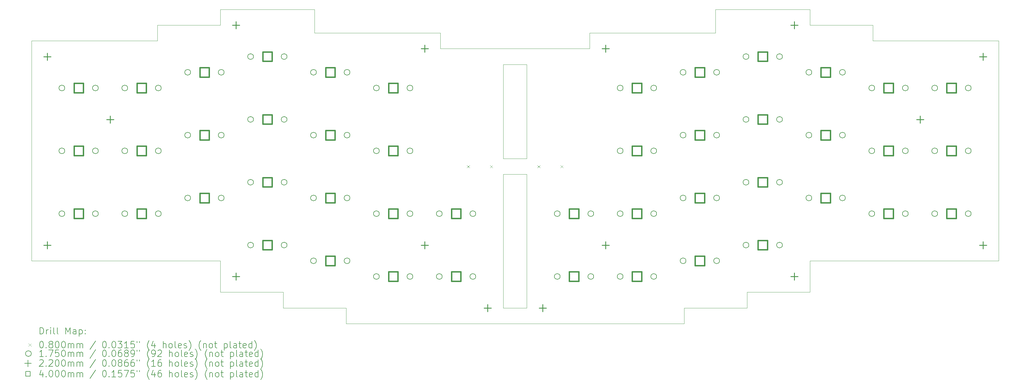
<source format=gbr>
%TF.GenerationSoftware,KiCad,Pcbnew,7.0.8*%
%TF.CreationDate,2023-12-05T18:43:20+09:00*%
%TF.ProjectId,Keyboard,4b657962-6f61-4726-942e-6b696361645f,rev?*%
%TF.SameCoordinates,Original*%
%TF.FileFunction,Drillmap*%
%TF.FilePolarity,Positive*%
%FSLAX45Y45*%
G04 Gerber Fmt 4.5, Leading zero omitted, Abs format (unit mm)*
G04 Created by KiCad (PCBNEW 7.0.8) date 2023-12-05 18:43:20*
%MOMM*%
%LPD*%
G01*
G04 APERTURE LIST*
%ADD10C,0.100000*%
%ADD11C,0.200000*%
%ADD12C,0.080000*%
%ADD13C,0.175000*%
%ADD14C,0.220000*%
%ADD15C,0.400000*%
G04 APERTURE END LIST*
D10*
X14763750Y-6429375D02*
X14763750Y-10477500D01*
X15478125Y-10477500D02*
X15478125Y-6429375D01*
X14763750Y-10477500D02*
X15478125Y-10477500D01*
X14763750Y-6429375D02*
X15478125Y-6429375D01*
X14763750Y-5953125D02*
X15478125Y-5953125D01*
X14763750Y-3095625D02*
X15478125Y-3095625D01*
X17383125Y-2143125D02*
X17383125Y-2619375D01*
X21193125Y-2143125D02*
X17383125Y-2143125D01*
X21193125Y-1428750D02*
X21193125Y-2143125D01*
X24050625Y-1428750D02*
X21193125Y-1428750D01*
X24050625Y-1905000D02*
X24050625Y-1428750D01*
X24288750Y-1905000D02*
X24050625Y-1905000D01*
X25955625Y-1905000D02*
X24288750Y-1905000D01*
X25955625Y-2381250D02*
X25955625Y-1905000D01*
X29765625Y-2381250D02*
X25955625Y-2381250D01*
X29765625Y-9048750D02*
X29765625Y-2381250D01*
X24050625Y-9048750D02*
X29765625Y-9048750D01*
X24050625Y-10001250D02*
X24050625Y-9048750D01*
X22145625Y-10001250D02*
X24050625Y-10001250D01*
X22145625Y-10477500D02*
X22145625Y-10001250D01*
X20240625Y-10477500D02*
X22145625Y-10477500D01*
X20240625Y-10953750D02*
X20240625Y-10477500D01*
X15478125Y-3095625D02*
X15478125Y-5953125D01*
X4286250Y-1905000D02*
X4286250Y-2381250D01*
X6191250Y-1428750D02*
X6191250Y-1905000D01*
X9048750Y-1666875D02*
X9048750Y-1428750D01*
X9048750Y-2143125D02*
X9048750Y-1666875D01*
X12858750Y-2143125D02*
X9048750Y-2143125D01*
X12858750Y-2619375D02*
X12858750Y-2143125D01*
X13096875Y-2619375D02*
X12858750Y-2619375D01*
X17383125Y-2619375D02*
X13096875Y-2619375D01*
X14763750Y-5953125D02*
X14763750Y-3095625D01*
X10001250Y-10953750D02*
X20240625Y-10953750D01*
X10001250Y-10477500D02*
X10001250Y-10953750D01*
X8096250Y-10477500D02*
X10001250Y-10477500D01*
X8096250Y-10001250D02*
X8096250Y-10477500D01*
X6191250Y-10001250D02*
X8096250Y-10001250D01*
X6191250Y-9048750D02*
X6191250Y-10001250D01*
X476250Y-9048750D02*
X6191250Y-9048750D01*
X476250Y-2381250D02*
X476250Y-9048750D01*
X952500Y-2381250D02*
X476250Y-2381250D01*
X6191250Y-1428750D02*
X9048750Y-1428750D01*
X4286250Y-1905000D02*
X6191250Y-1905000D01*
X952500Y-2381250D02*
X4286250Y-2381250D01*
D11*
D12*
X13663750Y-6151250D02*
X13743750Y-6231250D01*
X13743750Y-6151250D02*
X13663750Y-6231250D01*
X14363750Y-6151250D02*
X14443750Y-6231250D01*
X14443750Y-6151250D02*
X14363750Y-6231250D01*
X15798125Y-6151250D02*
X15878125Y-6231250D01*
X15878125Y-6151250D02*
X15798125Y-6231250D01*
X16498125Y-6151250D02*
X16578125Y-6231250D01*
X16578125Y-6151250D02*
X16498125Y-6231250D01*
D13*
X1484500Y-3810000D02*
G75*
G03*
X1484500Y-3810000I-87500J0D01*
G01*
X1484500Y-5715000D02*
G75*
G03*
X1484500Y-5715000I-87500J0D01*
G01*
X1484500Y-7620000D02*
G75*
G03*
X1484500Y-7620000I-87500J0D01*
G01*
X2500500Y-3810000D02*
G75*
G03*
X2500500Y-3810000I-87500J0D01*
G01*
X2500500Y-5715000D02*
G75*
G03*
X2500500Y-5715000I-87500J0D01*
G01*
X2500500Y-7620000D02*
G75*
G03*
X2500500Y-7620000I-87500J0D01*
G01*
X3389500Y-3810000D02*
G75*
G03*
X3389500Y-3810000I-87500J0D01*
G01*
X3389500Y-5715000D02*
G75*
G03*
X3389500Y-5715000I-87500J0D01*
G01*
X3389500Y-7620000D02*
G75*
G03*
X3389500Y-7620000I-87500J0D01*
G01*
X4405500Y-3810000D02*
G75*
G03*
X4405500Y-3810000I-87500J0D01*
G01*
X4405500Y-5715000D02*
G75*
G03*
X4405500Y-5715000I-87500J0D01*
G01*
X4405500Y-7620000D02*
G75*
G03*
X4405500Y-7620000I-87500J0D01*
G01*
X5294500Y-3333750D02*
G75*
G03*
X5294500Y-3333750I-87500J0D01*
G01*
X5294500Y-5238750D02*
G75*
G03*
X5294500Y-5238750I-87500J0D01*
G01*
X5294500Y-7143750D02*
G75*
G03*
X5294500Y-7143750I-87500J0D01*
G01*
X6310500Y-3333750D02*
G75*
G03*
X6310500Y-3333750I-87500J0D01*
G01*
X6310500Y-5238750D02*
G75*
G03*
X6310500Y-5238750I-87500J0D01*
G01*
X6310500Y-7143750D02*
G75*
G03*
X6310500Y-7143750I-87500J0D01*
G01*
X7199500Y-2857500D02*
G75*
G03*
X7199500Y-2857500I-87500J0D01*
G01*
X7199500Y-4762500D02*
G75*
G03*
X7199500Y-4762500I-87500J0D01*
G01*
X7199500Y-6667500D02*
G75*
G03*
X7199500Y-6667500I-87500J0D01*
G01*
X7199500Y-8572500D02*
G75*
G03*
X7199500Y-8572500I-87500J0D01*
G01*
X8215500Y-2857500D02*
G75*
G03*
X8215500Y-2857500I-87500J0D01*
G01*
X8215500Y-4762500D02*
G75*
G03*
X8215500Y-4762500I-87500J0D01*
G01*
X8215500Y-6667500D02*
G75*
G03*
X8215500Y-6667500I-87500J0D01*
G01*
X8215500Y-8572500D02*
G75*
G03*
X8215500Y-8572500I-87500J0D01*
G01*
X9104500Y-3333750D02*
G75*
G03*
X9104500Y-3333750I-87500J0D01*
G01*
X9104500Y-5238750D02*
G75*
G03*
X9104500Y-5238750I-87500J0D01*
G01*
X9104500Y-7143750D02*
G75*
G03*
X9104500Y-7143750I-87500J0D01*
G01*
X9104500Y-9048750D02*
G75*
G03*
X9104500Y-9048750I-87500J0D01*
G01*
X10120500Y-3333750D02*
G75*
G03*
X10120500Y-3333750I-87500J0D01*
G01*
X10120500Y-5238750D02*
G75*
G03*
X10120500Y-5238750I-87500J0D01*
G01*
X10120500Y-7143750D02*
G75*
G03*
X10120500Y-7143750I-87500J0D01*
G01*
X10120500Y-9048750D02*
G75*
G03*
X10120500Y-9048750I-87500J0D01*
G01*
X11009500Y-3810000D02*
G75*
G03*
X11009500Y-3810000I-87500J0D01*
G01*
X11009500Y-5715000D02*
G75*
G03*
X11009500Y-5715000I-87500J0D01*
G01*
X11009500Y-7620000D02*
G75*
G03*
X11009500Y-7620000I-87500J0D01*
G01*
X11009500Y-9525000D02*
G75*
G03*
X11009500Y-9525000I-87500J0D01*
G01*
X12025500Y-3810000D02*
G75*
G03*
X12025500Y-3810000I-87500J0D01*
G01*
X12025500Y-5715000D02*
G75*
G03*
X12025500Y-5715000I-87500J0D01*
G01*
X12025500Y-7620000D02*
G75*
G03*
X12025500Y-7620000I-87500J0D01*
G01*
X12025500Y-9525000D02*
G75*
G03*
X12025500Y-9525000I-87500J0D01*
G01*
X12914500Y-7620000D02*
G75*
G03*
X12914500Y-7620000I-87500J0D01*
G01*
X12914500Y-9525000D02*
G75*
G03*
X12914500Y-9525000I-87500J0D01*
G01*
X13930500Y-7620000D02*
G75*
G03*
X13930500Y-7620000I-87500J0D01*
G01*
X13930500Y-9525000D02*
G75*
G03*
X13930500Y-9525000I-87500J0D01*
G01*
X16486375Y-7620000D02*
G75*
G03*
X16486375Y-7620000I-87500J0D01*
G01*
X16486375Y-9525000D02*
G75*
G03*
X16486375Y-9525000I-87500J0D01*
G01*
X17502375Y-7620000D02*
G75*
G03*
X17502375Y-7620000I-87500J0D01*
G01*
X17502375Y-9525000D02*
G75*
G03*
X17502375Y-9525000I-87500J0D01*
G01*
X18391375Y-3810000D02*
G75*
G03*
X18391375Y-3810000I-87500J0D01*
G01*
X18391375Y-5715000D02*
G75*
G03*
X18391375Y-5715000I-87500J0D01*
G01*
X18391375Y-7620000D02*
G75*
G03*
X18391375Y-7620000I-87500J0D01*
G01*
X18391375Y-9525000D02*
G75*
G03*
X18391375Y-9525000I-87500J0D01*
G01*
X19407375Y-3810000D02*
G75*
G03*
X19407375Y-3810000I-87500J0D01*
G01*
X19407375Y-5715000D02*
G75*
G03*
X19407375Y-5715000I-87500J0D01*
G01*
X19407375Y-7620000D02*
G75*
G03*
X19407375Y-7620000I-87500J0D01*
G01*
X19407375Y-9525000D02*
G75*
G03*
X19407375Y-9525000I-87500J0D01*
G01*
X20296375Y-3333750D02*
G75*
G03*
X20296375Y-3333750I-87500J0D01*
G01*
X20296375Y-5238750D02*
G75*
G03*
X20296375Y-5238750I-87500J0D01*
G01*
X20296375Y-7143750D02*
G75*
G03*
X20296375Y-7143750I-87500J0D01*
G01*
X20296375Y-9048750D02*
G75*
G03*
X20296375Y-9048750I-87500J0D01*
G01*
X21312375Y-3333750D02*
G75*
G03*
X21312375Y-3333750I-87500J0D01*
G01*
X21312375Y-5238750D02*
G75*
G03*
X21312375Y-5238750I-87500J0D01*
G01*
X21312375Y-7143750D02*
G75*
G03*
X21312375Y-7143750I-87500J0D01*
G01*
X21312375Y-9048750D02*
G75*
G03*
X21312375Y-9048750I-87500J0D01*
G01*
X22201375Y-2857500D02*
G75*
G03*
X22201375Y-2857500I-87500J0D01*
G01*
X22201375Y-4762500D02*
G75*
G03*
X22201375Y-4762500I-87500J0D01*
G01*
X22201375Y-6667500D02*
G75*
G03*
X22201375Y-6667500I-87500J0D01*
G01*
X22201375Y-8572500D02*
G75*
G03*
X22201375Y-8572500I-87500J0D01*
G01*
X23217375Y-2857500D02*
G75*
G03*
X23217375Y-2857500I-87500J0D01*
G01*
X23217375Y-4762500D02*
G75*
G03*
X23217375Y-4762500I-87500J0D01*
G01*
X23217375Y-6667500D02*
G75*
G03*
X23217375Y-6667500I-87500J0D01*
G01*
X23217375Y-8572500D02*
G75*
G03*
X23217375Y-8572500I-87500J0D01*
G01*
X24106375Y-3333750D02*
G75*
G03*
X24106375Y-3333750I-87500J0D01*
G01*
X24106375Y-5238750D02*
G75*
G03*
X24106375Y-5238750I-87500J0D01*
G01*
X24106375Y-7143750D02*
G75*
G03*
X24106375Y-7143750I-87500J0D01*
G01*
X25122375Y-3333750D02*
G75*
G03*
X25122375Y-3333750I-87500J0D01*
G01*
X25122375Y-5238750D02*
G75*
G03*
X25122375Y-5238750I-87500J0D01*
G01*
X25122375Y-7143750D02*
G75*
G03*
X25122375Y-7143750I-87500J0D01*
G01*
X26011375Y-3810000D02*
G75*
G03*
X26011375Y-3810000I-87500J0D01*
G01*
X26011375Y-5715000D02*
G75*
G03*
X26011375Y-5715000I-87500J0D01*
G01*
X26011375Y-7620000D02*
G75*
G03*
X26011375Y-7620000I-87500J0D01*
G01*
X27027375Y-3810000D02*
G75*
G03*
X27027375Y-3810000I-87500J0D01*
G01*
X27027375Y-5715000D02*
G75*
G03*
X27027375Y-5715000I-87500J0D01*
G01*
X27027375Y-7620000D02*
G75*
G03*
X27027375Y-7620000I-87500J0D01*
G01*
X27916375Y-3810000D02*
G75*
G03*
X27916375Y-3810000I-87500J0D01*
G01*
X27916375Y-5715000D02*
G75*
G03*
X27916375Y-5715000I-87500J0D01*
G01*
X27916375Y-7620000D02*
G75*
G03*
X27916375Y-7620000I-87500J0D01*
G01*
X28932375Y-3810000D02*
G75*
G03*
X28932375Y-3810000I-87500J0D01*
G01*
X28932375Y-5715000D02*
G75*
G03*
X28932375Y-5715000I-87500J0D01*
G01*
X28932375Y-7620000D02*
G75*
G03*
X28932375Y-7620000I-87500J0D01*
G01*
D14*
X952500Y-2747500D02*
X952500Y-2967500D01*
X842500Y-2857500D02*
X1062500Y-2857500D01*
X952500Y-8462500D02*
X952500Y-8682500D01*
X842500Y-8572500D02*
X1062500Y-8572500D01*
X2857500Y-4652500D02*
X2857500Y-4872500D01*
X2747500Y-4762500D02*
X2967500Y-4762500D01*
X6667500Y-1795000D02*
X6667500Y-2015000D01*
X6557500Y-1905000D02*
X6777500Y-1905000D01*
X6667500Y-9415000D02*
X6667500Y-9635000D01*
X6557500Y-9525000D02*
X6777500Y-9525000D01*
X12382500Y-2509375D02*
X12382500Y-2729375D01*
X12272500Y-2619375D02*
X12492500Y-2619375D01*
X12382500Y-8462500D02*
X12382500Y-8682500D01*
X12272500Y-8572500D02*
X12492500Y-8572500D01*
X14287500Y-10367500D02*
X14287500Y-10587500D01*
X14177500Y-10477500D02*
X14397500Y-10477500D01*
X15954375Y-10367500D02*
X15954375Y-10587500D01*
X15844375Y-10477500D02*
X16064375Y-10477500D01*
X17859375Y-2509375D02*
X17859375Y-2729375D01*
X17749375Y-2619375D02*
X17969375Y-2619375D01*
X17859375Y-8462500D02*
X17859375Y-8682500D01*
X17749375Y-8572500D02*
X17969375Y-8572500D01*
X23574375Y-1795000D02*
X23574375Y-2015000D01*
X23464375Y-1905000D02*
X23684375Y-1905000D01*
X23574375Y-9415000D02*
X23574375Y-9635000D01*
X23464375Y-9525000D02*
X23684375Y-9525000D01*
X27384375Y-4652500D02*
X27384375Y-4872500D01*
X27274375Y-4762500D02*
X27494375Y-4762500D01*
X29289375Y-2747500D02*
X29289375Y-2967500D01*
X29179375Y-2857500D02*
X29399375Y-2857500D01*
X29289375Y-8462500D02*
X29289375Y-8682500D01*
X29179375Y-8572500D02*
X29399375Y-8572500D01*
D15*
X2046423Y-3951423D02*
X2046423Y-3668577D01*
X1763577Y-3668577D01*
X1763577Y-3951423D01*
X2046423Y-3951423D01*
X2046423Y-5856423D02*
X2046423Y-5573577D01*
X1763577Y-5573577D01*
X1763577Y-5856423D01*
X2046423Y-5856423D01*
X2046423Y-7761423D02*
X2046423Y-7478577D01*
X1763577Y-7478577D01*
X1763577Y-7761423D01*
X2046423Y-7761423D01*
X3951423Y-3951423D02*
X3951423Y-3668577D01*
X3668577Y-3668577D01*
X3668577Y-3951423D01*
X3951423Y-3951423D01*
X3951423Y-5856423D02*
X3951423Y-5573577D01*
X3668577Y-5573577D01*
X3668577Y-5856423D01*
X3951423Y-5856423D01*
X3951423Y-7761423D02*
X3951423Y-7478577D01*
X3668577Y-7478577D01*
X3668577Y-7761423D01*
X3951423Y-7761423D01*
X5856423Y-3475173D02*
X5856423Y-3192327D01*
X5573577Y-3192327D01*
X5573577Y-3475173D01*
X5856423Y-3475173D01*
X5856423Y-5380173D02*
X5856423Y-5097327D01*
X5573577Y-5097327D01*
X5573577Y-5380173D01*
X5856423Y-5380173D01*
X5856423Y-7285173D02*
X5856423Y-7002327D01*
X5573577Y-7002327D01*
X5573577Y-7285173D01*
X5856423Y-7285173D01*
X7761423Y-2998923D02*
X7761423Y-2716077D01*
X7478577Y-2716077D01*
X7478577Y-2998923D01*
X7761423Y-2998923D01*
X7761423Y-4903923D02*
X7761423Y-4621077D01*
X7478577Y-4621077D01*
X7478577Y-4903923D01*
X7761423Y-4903923D01*
X7761423Y-6808923D02*
X7761423Y-6526077D01*
X7478577Y-6526077D01*
X7478577Y-6808923D01*
X7761423Y-6808923D01*
X7761423Y-8713923D02*
X7761423Y-8431077D01*
X7478577Y-8431077D01*
X7478577Y-8713923D01*
X7761423Y-8713923D01*
X9666423Y-3475173D02*
X9666423Y-3192327D01*
X9383577Y-3192327D01*
X9383577Y-3475173D01*
X9666423Y-3475173D01*
X9666423Y-5380173D02*
X9666423Y-5097327D01*
X9383577Y-5097327D01*
X9383577Y-5380173D01*
X9666423Y-5380173D01*
X9666423Y-7285173D02*
X9666423Y-7002327D01*
X9383577Y-7002327D01*
X9383577Y-7285173D01*
X9666423Y-7285173D01*
X9666423Y-9190173D02*
X9666423Y-8907327D01*
X9383577Y-8907327D01*
X9383577Y-9190173D01*
X9666423Y-9190173D01*
X11571423Y-3951423D02*
X11571423Y-3668577D01*
X11288577Y-3668577D01*
X11288577Y-3951423D01*
X11571423Y-3951423D01*
X11571423Y-5856423D02*
X11571423Y-5573577D01*
X11288577Y-5573577D01*
X11288577Y-5856423D01*
X11571423Y-5856423D01*
X11571423Y-7761423D02*
X11571423Y-7478577D01*
X11288577Y-7478577D01*
X11288577Y-7761423D01*
X11571423Y-7761423D01*
X11571423Y-9666423D02*
X11571423Y-9383577D01*
X11288577Y-9383577D01*
X11288577Y-9666423D01*
X11571423Y-9666423D01*
X13476423Y-7761423D02*
X13476423Y-7478577D01*
X13193577Y-7478577D01*
X13193577Y-7761423D01*
X13476423Y-7761423D01*
X13476423Y-9666423D02*
X13476423Y-9383577D01*
X13193577Y-9383577D01*
X13193577Y-9666423D01*
X13476423Y-9666423D01*
X17048298Y-7761423D02*
X17048298Y-7478577D01*
X16765452Y-7478577D01*
X16765452Y-7761423D01*
X17048298Y-7761423D01*
X17048298Y-9666423D02*
X17048298Y-9383577D01*
X16765452Y-9383577D01*
X16765452Y-9666423D01*
X17048298Y-9666423D01*
X18953298Y-3951423D02*
X18953298Y-3668577D01*
X18670452Y-3668577D01*
X18670452Y-3951423D01*
X18953298Y-3951423D01*
X18953298Y-5856423D02*
X18953298Y-5573577D01*
X18670452Y-5573577D01*
X18670452Y-5856423D01*
X18953298Y-5856423D01*
X18953298Y-7761423D02*
X18953298Y-7478577D01*
X18670452Y-7478577D01*
X18670452Y-7761423D01*
X18953298Y-7761423D01*
X18953298Y-9666423D02*
X18953298Y-9383577D01*
X18670452Y-9383577D01*
X18670452Y-9666423D01*
X18953298Y-9666423D01*
X20858298Y-3475173D02*
X20858298Y-3192327D01*
X20575452Y-3192327D01*
X20575452Y-3475173D01*
X20858298Y-3475173D01*
X20858298Y-5380173D02*
X20858298Y-5097327D01*
X20575452Y-5097327D01*
X20575452Y-5380173D01*
X20858298Y-5380173D01*
X20858298Y-7285173D02*
X20858298Y-7002327D01*
X20575452Y-7002327D01*
X20575452Y-7285173D01*
X20858298Y-7285173D01*
X20858298Y-9190173D02*
X20858298Y-8907327D01*
X20575452Y-8907327D01*
X20575452Y-9190173D01*
X20858298Y-9190173D01*
X22763298Y-2998923D02*
X22763298Y-2716077D01*
X22480452Y-2716077D01*
X22480452Y-2998923D01*
X22763298Y-2998923D01*
X22763298Y-4903923D02*
X22763298Y-4621077D01*
X22480452Y-4621077D01*
X22480452Y-4903923D01*
X22763298Y-4903923D01*
X22763298Y-6808923D02*
X22763298Y-6526077D01*
X22480452Y-6526077D01*
X22480452Y-6808923D01*
X22763298Y-6808923D01*
X22763298Y-8713923D02*
X22763298Y-8431077D01*
X22480452Y-8431077D01*
X22480452Y-8713923D01*
X22763298Y-8713923D01*
X24668298Y-3475173D02*
X24668298Y-3192327D01*
X24385452Y-3192327D01*
X24385452Y-3475173D01*
X24668298Y-3475173D01*
X24668298Y-5380173D02*
X24668298Y-5097327D01*
X24385452Y-5097327D01*
X24385452Y-5380173D01*
X24668298Y-5380173D01*
X24668298Y-7285173D02*
X24668298Y-7002327D01*
X24385452Y-7002327D01*
X24385452Y-7285173D01*
X24668298Y-7285173D01*
X26573298Y-3951423D02*
X26573298Y-3668577D01*
X26290452Y-3668577D01*
X26290452Y-3951423D01*
X26573298Y-3951423D01*
X26573298Y-5856423D02*
X26573298Y-5573577D01*
X26290452Y-5573577D01*
X26290452Y-5856423D01*
X26573298Y-5856423D01*
X26573298Y-7761423D02*
X26573298Y-7478577D01*
X26290452Y-7478577D01*
X26290452Y-7761423D01*
X26573298Y-7761423D01*
X28478298Y-3951423D02*
X28478298Y-3668577D01*
X28195452Y-3668577D01*
X28195452Y-3951423D01*
X28478298Y-3951423D01*
X28478298Y-5856423D02*
X28478298Y-5573577D01*
X28195452Y-5573577D01*
X28195452Y-5856423D01*
X28478298Y-5856423D01*
X28478298Y-7761423D02*
X28478298Y-7478577D01*
X28195452Y-7478577D01*
X28195452Y-7761423D01*
X28478298Y-7761423D01*
D11*
X732027Y-11270234D02*
X732027Y-11070234D01*
X732027Y-11070234D02*
X779646Y-11070234D01*
X779646Y-11070234D02*
X808217Y-11079758D01*
X808217Y-11079758D02*
X827265Y-11098805D01*
X827265Y-11098805D02*
X836789Y-11117853D01*
X836789Y-11117853D02*
X846312Y-11155948D01*
X846312Y-11155948D02*
X846312Y-11184520D01*
X846312Y-11184520D02*
X836789Y-11222615D01*
X836789Y-11222615D02*
X827265Y-11241662D01*
X827265Y-11241662D02*
X808217Y-11260710D01*
X808217Y-11260710D02*
X779646Y-11270234D01*
X779646Y-11270234D02*
X732027Y-11270234D01*
X932027Y-11270234D02*
X932027Y-11136900D01*
X932027Y-11174996D02*
X941551Y-11155948D01*
X941551Y-11155948D02*
X951074Y-11146424D01*
X951074Y-11146424D02*
X970122Y-11136900D01*
X970122Y-11136900D02*
X989170Y-11136900D01*
X1055836Y-11270234D02*
X1055836Y-11136900D01*
X1055836Y-11070234D02*
X1046312Y-11079758D01*
X1046312Y-11079758D02*
X1055836Y-11089281D01*
X1055836Y-11089281D02*
X1065360Y-11079758D01*
X1065360Y-11079758D02*
X1055836Y-11070234D01*
X1055836Y-11070234D02*
X1055836Y-11089281D01*
X1179646Y-11270234D02*
X1160598Y-11260710D01*
X1160598Y-11260710D02*
X1151074Y-11241662D01*
X1151074Y-11241662D02*
X1151074Y-11070234D01*
X1284408Y-11270234D02*
X1265360Y-11260710D01*
X1265360Y-11260710D02*
X1255836Y-11241662D01*
X1255836Y-11241662D02*
X1255836Y-11070234D01*
X1512979Y-11270234D02*
X1512979Y-11070234D01*
X1512979Y-11070234D02*
X1579646Y-11213091D01*
X1579646Y-11213091D02*
X1646312Y-11070234D01*
X1646312Y-11070234D02*
X1646312Y-11270234D01*
X1827265Y-11270234D02*
X1827265Y-11165472D01*
X1827265Y-11165472D02*
X1817741Y-11146424D01*
X1817741Y-11146424D02*
X1798693Y-11136900D01*
X1798693Y-11136900D02*
X1760598Y-11136900D01*
X1760598Y-11136900D02*
X1741551Y-11146424D01*
X1827265Y-11260710D02*
X1808217Y-11270234D01*
X1808217Y-11270234D02*
X1760598Y-11270234D01*
X1760598Y-11270234D02*
X1741551Y-11260710D01*
X1741551Y-11260710D02*
X1732027Y-11241662D01*
X1732027Y-11241662D02*
X1732027Y-11222615D01*
X1732027Y-11222615D02*
X1741551Y-11203567D01*
X1741551Y-11203567D02*
X1760598Y-11194043D01*
X1760598Y-11194043D02*
X1808217Y-11194043D01*
X1808217Y-11194043D02*
X1827265Y-11184520D01*
X1922503Y-11136900D02*
X1922503Y-11336900D01*
X1922503Y-11146424D02*
X1941551Y-11136900D01*
X1941551Y-11136900D02*
X1979646Y-11136900D01*
X1979646Y-11136900D02*
X1998693Y-11146424D01*
X1998693Y-11146424D02*
X2008217Y-11155948D01*
X2008217Y-11155948D02*
X2017741Y-11174996D01*
X2017741Y-11174996D02*
X2017741Y-11232138D01*
X2017741Y-11232138D02*
X2008217Y-11251186D01*
X2008217Y-11251186D02*
X1998693Y-11260710D01*
X1998693Y-11260710D02*
X1979646Y-11270234D01*
X1979646Y-11270234D02*
X1941551Y-11270234D01*
X1941551Y-11270234D02*
X1922503Y-11260710D01*
X2103455Y-11251186D02*
X2112979Y-11260710D01*
X2112979Y-11260710D02*
X2103455Y-11270234D01*
X2103455Y-11270234D02*
X2093932Y-11260710D01*
X2093932Y-11260710D02*
X2103455Y-11251186D01*
X2103455Y-11251186D02*
X2103455Y-11270234D01*
X2103455Y-11146424D02*
X2112979Y-11155948D01*
X2112979Y-11155948D02*
X2103455Y-11165472D01*
X2103455Y-11165472D02*
X2093932Y-11155948D01*
X2093932Y-11155948D02*
X2103455Y-11146424D01*
X2103455Y-11146424D02*
X2103455Y-11165472D01*
D12*
X391250Y-11558750D02*
X471250Y-11638750D01*
X471250Y-11558750D02*
X391250Y-11638750D01*
D11*
X770122Y-11490234D02*
X789170Y-11490234D01*
X789170Y-11490234D02*
X808217Y-11499758D01*
X808217Y-11499758D02*
X817741Y-11509281D01*
X817741Y-11509281D02*
X827265Y-11528329D01*
X827265Y-11528329D02*
X836789Y-11566424D01*
X836789Y-11566424D02*
X836789Y-11614043D01*
X836789Y-11614043D02*
X827265Y-11652138D01*
X827265Y-11652138D02*
X817741Y-11671186D01*
X817741Y-11671186D02*
X808217Y-11680710D01*
X808217Y-11680710D02*
X789170Y-11690234D01*
X789170Y-11690234D02*
X770122Y-11690234D01*
X770122Y-11690234D02*
X751074Y-11680710D01*
X751074Y-11680710D02*
X741551Y-11671186D01*
X741551Y-11671186D02*
X732027Y-11652138D01*
X732027Y-11652138D02*
X722503Y-11614043D01*
X722503Y-11614043D02*
X722503Y-11566424D01*
X722503Y-11566424D02*
X732027Y-11528329D01*
X732027Y-11528329D02*
X741551Y-11509281D01*
X741551Y-11509281D02*
X751074Y-11499758D01*
X751074Y-11499758D02*
X770122Y-11490234D01*
X922503Y-11671186D02*
X932027Y-11680710D01*
X932027Y-11680710D02*
X922503Y-11690234D01*
X922503Y-11690234D02*
X912979Y-11680710D01*
X912979Y-11680710D02*
X922503Y-11671186D01*
X922503Y-11671186D02*
X922503Y-11690234D01*
X1046312Y-11575948D02*
X1027265Y-11566424D01*
X1027265Y-11566424D02*
X1017741Y-11556900D01*
X1017741Y-11556900D02*
X1008217Y-11537853D01*
X1008217Y-11537853D02*
X1008217Y-11528329D01*
X1008217Y-11528329D02*
X1017741Y-11509281D01*
X1017741Y-11509281D02*
X1027265Y-11499758D01*
X1027265Y-11499758D02*
X1046312Y-11490234D01*
X1046312Y-11490234D02*
X1084408Y-11490234D01*
X1084408Y-11490234D02*
X1103455Y-11499758D01*
X1103455Y-11499758D02*
X1112979Y-11509281D01*
X1112979Y-11509281D02*
X1122503Y-11528329D01*
X1122503Y-11528329D02*
X1122503Y-11537853D01*
X1122503Y-11537853D02*
X1112979Y-11556900D01*
X1112979Y-11556900D02*
X1103455Y-11566424D01*
X1103455Y-11566424D02*
X1084408Y-11575948D01*
X1084408Y-11575948D02*
X1046312Y-11575948D01*
X1046312Y-11575948D02*
X1027265Y-11585472D01*
X1027265Y-11585472D02*
X1017741Y-11594996D01*
X1017741Y-11594996D02*
X1008217Y-11614043D01*
X1008217Y-11614043D02*
X1008217Y-11652138D01*
X1008217Y-11652138D02*
X1017741Y-11671186D01*
X1017741Y-11671186D02*
X1027265Y-11680710D01*
X1027265Y-11680710D02*
X1046312Y-11690234D01*
X1046312Y-11690234D02*
X1084408Y-11690234D01*
X1084408Y-11690234D02*
X1103455Y-11680710D01*
X1103455Y-11680710D02*
X1112979Y-11671186D01*
X1112979Y-11671186D02*
X1122503Y-11652138D01*
X1122503Y-11652138D02*
X1122503Y-11614043D01*
X1122503Y-11614043D02*
X1112979Y-11594996D01*
X1112979Y-11594996D02*
X1103455Y-11585472D01*
X1103455Y-11585472D02*
X1084408Y-11575948D01*
X1246313Y-11490234D02*
X1265360Y-11490234D01*
X1265360Y-11490234D02*
X1284408Y-11499758D01*
X1284408Y-11499758D02*
X1293932Y-11509281D01*
X1293932Y-11509281D02*
X1303455Y-11528329D01*
X1303455Y-11528329D02*
X1312979Y-11566424D01*
X1312979Y-11566424D02*
X1312979Y-11614043D01*
X1312979Y-11614043D02*
X1303455Y-11652138D01*
X1303455Y-11652138D02*
X1293932Y-11671186D01*
X1293932Y-11671186D02*
X1284408Y-11680710D01*
X1284408Y-11680710D02*
X1265360Y-11690234D01*
X1265360Y-11690234D02*
X1246313Y-11690234D01*
X1246313Y-11690234D02*
X1227265Y-11680710D01*
X1227265Y-11680710D02*
X1217741Y-11671186D01*
X1217741Y-11671186D02*
X1208217Y-11652138D01*
X1208217Y-11652138D02*
X1198694Y-11614043D01*
X1198694Y-11614043D02*
X1198694Y-11566424D01*
X1198694Y-11566424D02*
X1208217Y-11528329D01*
X1208217Y-11528329D02*
X1217741Y-11509281D01*
X1217741Y-11509281D02*
X1227265Y-11499758D01*
X1227265Y-11499758D02*
X1246313Y-11490234D01*
X1436789Y-11490234D02*
X1455836Y-11490234D01*
X1455836Y-11490234D02*
X1474884Y-11499758D01*
X1474884Y-11499758D02*
X1484408Y-11509281D01*
X1484408Y-11509281D02*
X1493932Y-11528329D01*
X1493932Y-11528329D02*
X1503455Y-11566424D01*
X1503455Y-11566424D02*
X1503455Y-11614043D01*
X1503455Y-11614043D02*
X1493932Y-11652138D01*
X1493932Y-11652138D02*
X1484408Y-11671186D01*
X1484408Y-11671186D02*
X1474884Y-11680710D01*
X1474884Y-11680710D02*
X1455836Y-11690234D01*
X1455836Y-11690234D02*
X1436789Y-11690234D01*
X1436789Y-11690234D02*
X1417741Y-11680710D01*
X1417741Y-11680710D02*
X1408217Y-11671186D01*
X1408217Y-11671186D02*
X1398693Y-11652138D01*
X1398693Y-11652138D02*
X1389170Y-11614043D01*
X1389170Y-11614043D02*
X1389170Y-11566424D01*
X1389170Y-11566424D02*
X1398693Y-11528329D01*
X1398693Y-11528329D02*
X1408217Y-11509281D01*
X1408217Y-11509281D02*
X1417741Y-11499758D01*
X1417741Y-11499758D02*
X1436789Y-11490234D01*
X1589170Y-11690234D02*
X1589170Y-11556900D01*
X1589170Y-11575948D02*
X1598693Y-11566424D01*
X1598693Y-11566424D02*
X1617741Y-11556900D01*
X1617741Y-11556900D02*
X1646313Y-11556900D01*
X1646313Y-11556900D02*
X1665360Y-11566424D01*
X1665360Y-11566424D02*
X1674884Y-11585472D01*
X1674884Y-11585472D02*
X1674884Y-11690234D01*
X1674884Y-11585472D02*
X1684408Y-11566424D01*
X1684408Y-11566424D02*
X1703455Y-11556900D01*
X1703455Y-11556900D02*
X1732027Y-11556900D01*
X1732027Y-11556900D02*
X1751074Y-11566424D01*
X1751074Y-11566424D02*
X1760598Y-11585472D01*
X1760598Y-11585472D02*
X1760598Y-11690234D01*
X1855836Y-11690234D02*
X1855836Y-11556900D01*
X1855836Y-11575948D02*
X1865360Y-11566424D01*
X1865360Y-11566424D02*
X1884408Y-11556900D01*
X1884408Y-11556900D02*
X1912979Y-11556900D01*
X1912979Y-11556900D02*
X1932027Y-11566424D01*
X1932027Y-11566424D02*
X1941551Y-11585472D01*
X1941551Y-11585472D02*
X1941551Y-11690234D01*
X1941551Y-11585472D02*
X1951074Y-11566424D01*
X1951074Y-11566424D02*
X1970122Y-11556900D01*
X1970122Y-11556900D02*
X1998693Y-11556900D01*
X1998693Y-11556900D02*
X2017741Y-11566424D01*
X2017741Y-11566424D02*
X2027265Y-11585472D01*
X2027265Y-11585472D02*
X2027265Y-11690234D01*
X2417741Y-11480710D02*
X2246313Y-11737853D01*
X2674884Y-11490234D02*
X2693932Y-11490234D01*
X2693932Y-11490234D02*
X2712979Y-11499758D01*
X2712979Y-11499758D02*
X2722503Y-11509281D01*
X2722503Y-11509281D02*
X2732027Y-11528329D01*
X2732027Y-11528329D02*
X2741551Y-11566424D01*
X2741551Y-11566424D02*
X2741551Y-11614043D01*
X2741551Y-11614043D02*
X2732027Y-11652138D01*
X2732027Y-11652138D02*
X2722503Y-11671186D01*
X2722503Y-11671186D02*
X2712979Y-11680710D01*
X2712979Y-11680710D02*
X2693932Y-11690234D01*
X2693932Y-11690234D02*
X2674884Y-11690234D01*
X2674884Y-11690234D02*
X2655837Y-11680710D01*
X2655837Y-11680710D02*
X2646313Y-11671186D01*
X2646313Y-11671186D02*
X2636789Y-11652138D01*
X2636789Y-11652138D02*
X2627265Y-11614043D01*
X2627265Y-11614043D02*
X2627265Y-11566424D01*
X2627265Y-11566424D02*
X2636789Y-11528329D01*
X2636789Y-11528329D02*
X2646313Y-11509281D01*
X2646313Y-11509281D02*
X2655837Y-11499758D01*
X2655837Y-11499758D02*
X2674884Y-11490234D01*
X2827265Y-11671186D02*
X2836789Y-11680710D01*
X2836789Y-11680710D02*
X2827265Y-11690234D01*
X2827265Y-11690234D02*
X2817741Y-11680710D01*
X2817741Y-11680710D02*
X2827265Y-11671186D01*
X2827265Y-11671186D02*
X2827265Y-11690234D01*
X2960598Y-11490234D02*
X2979646Y-11490234D01*
X2979646Y-11490234D02*
X2998694Y-11499758D01*
X2998694Y-11499758D02*
X3008217Y-11509281D01*
X3008217Y-11509281D02*
X3017741Y-11528329D01*
X3017741Y-11528329D02*
X3027265Y-11566424D01*
X3027265Y-11566424D02*
X3027265Y-11614043D01*
X3027265Y-11614043D02*
X3017741Y-11652138D01*
X3017741Y-11652138D02*
X3008217Y-11671186D01*
X3008217Y-11671186D02*
X2998694Y-11680710D01*
X2998694Y-11680710D02*
X2979646Y-11690234D01*
X2979646Y-11690234D02*
X2960598Y-11690234D01*
X2960598Y-11690234D02*
X2941551Y-11680710D01*
X2941551Y-11680710D02*
X2932027Y-11671186D01*
X2932027Y-11671186D02*
X2922503Y-11652138D01*
X2922503Y-11652138D02*
X2912979Y-11614043D01*
X2912979Y-11614043D02*
X2912979Y-11566424D01*
X2912979Y-11566424D02*
X2922503Y-11528329D01*
X2922503Y-11528329D02*
X2932027Y-11509281D01*
X2932027Y-11509281D02*
X2941551Y-11499758D01*
X2941551Y-11499758D02*
X2960598Y-11490234D01*
X3093932Y-11490234D02*
X3217741Y-11490234D01*
X3217741Y-11490234D02*
X3151075Y-11566424D01*
X3151075Y-11566424D02*
X3179646Y-11566424D01*
X3179646Y-11566424D02*
X3198694Y-11575948D01*
X3198694Y-11575948D02*
X3208217Y-11585472D01*
X3208217Y-11585472D02*
X3217741Y-11604519D01*
X3217741Y-11604519D02*
X3217741Y-11652138D01*
X3217741Y-11652138D02*
X3208217Y-11671186D01*
X3208217Y-11671186D02*
X3198694Y-11680710D01*
X3198694Y-11680710D02*
X3179646Y-11690234D01*
X3179646Y-11690234D02*
X3122503Y-11690234D01*
X3122503Y-11690234D02*
X3103456Y-11680710D01*
X3103456Y-11680710D02*
X3093932Y-11671186D01*
X3408217Y-11690234D02*
X3293932Y-11690234D01*
X3351075Y-11690234D02*
X3351075Y-11490234D01*
X3351075Y-11490234D02*
X3332027Y-11518805D01*
X3332027Y-11518805D02*
X3312979Y-11537853D01*
X3312979Y-11537853D02*
X3293932Y-11547377D01*
X3589170Y-11490234D02*
X3493932Y-11490234D01*
X3493932Y-11490234D02*
X3484408Y-11585472D01*
X3484408Y-11585472D02*
X3493932Y-11575948D01*
X3493932Y-11575948D02*
X3512979Y-11566424D01*
X3512979Y-11566424D02*
X3560598Y-11566424D01*
X3560598Y-11566424D02*
X3579646Y-11575948D01*
X3579646Y-11575948D02*
X3589170Y-11585472D01*
X3589170Y-11585472D02*
X3598694Y-11604519D01*
X3598694Y-11604519D02*
X3598694Y-11652138D01*
X3598694Y-11652138D02*
X3589170Y-11671186D01*
X3589170Y-11671186D02*
X3579646Y-11680710D01*
X3579646Y-11680710D02*
X3560598Y-11690234D01*
X3560598Y-11690234D02*
X3512979Y-11690234D01*
X3512979Y-11690234D02*
X3493932Y-11680710D01*
X3493932Y-11680710D02*
X3484408Y-11671186D01*
X3674884Y-11490234D02*
X3674884Y-11528329D01*
X3751075Y-11490234D02*
X3751075Y-11528329D01*
X4046313Y-11766424D02*
X4036789Y-11756900D01*
X4036789Y-11756900D02*
X4017741Y-11728329D01*
X4017741Y-11728329D02*
X4008218Y-11709281D01*
X4008218Y-11709281D02*
X3998694Y-11680710D01*
X3998694Y-11680710D02*
X3989170Y-11633091D01*
X3989170Y-11633091D02*
X3989170Y-11594996D01*
X3989170Y-11594996D02*
X3998694Y-11547377D01*
X3998694Y-11547377D02*
X4008218Y-11518805D01*
X4008218Y-11518805D02*
X4017741Y-11499758D01*
X4017741Y-11499758D02*
X4036789Y-11471186D01*
X4036789Y-11471186D02*
X4046313Y-11461662D01*
X4208218Y-11556900D02*
X4208218Y-11690234D01*
X4160598Y-11480710D02*
X4112979Y-11623567D01*
X4112979Y-11623567D02*
X4236789Y-11623567D01*
X4465361Y-11690234D02*
X4465361Y-11490234D01*
X4551075Y-11690234D02*
X4551075Y-11585472D01*
X4551075Y-11585472D02*
X4541551Y-11566424D01*
X4541551Y-11566424D02*
X4522503Y-11556900D01*
X4522503Y-11556900D02*
X4493932Y-11556900D01*
X4493932Y-11556900D02*
X4474884Y-11566424D01*
X4474884Y-11566424D02*
X4465361Y-11575948D01*
X4674884Y-11690234D02*
X4655837Y-11680710D01*
X4655837Y-11680710D02*
X4646313Y-11671186D01*
X4646313Y-11671186D02*
X4636789Y-11652138D01*
X4636789Y-11652138D02*
X4636789Y-11594996D01*
X4636789Y-11594996D02*
X4646313Y-11575948D01*
X4646313Y-11575948D02*
X4655837Y-11566424D01*
X4655837Y-11566424D02*
X4674884Y-11556900D01*
X4674884Y-11556900D02*
X4703456Y-11556900D01*
X4703456Y-11556900D02*
X4722503Y-11566424D01*
X4722503Y-11566424D02*
X4732027Y-11575948D01*
X4732027Y-11575948D02*
X4741551Y-11594996D01*
X4741551Y-11594996D02*
X4741551Y-11652138D01*
X4741551Y-11652138D02*
X4732027Y-11671186D01*
X4732027Y-11671186D02*
X4722503Y-11680710D01*
X4722503Y-11680710D02*
X4703456Y-11690234D01*
X4703456Y-11690234D02*
X4674884Y-11690234D01*
X4855837Y-11690234D02*
X4836789Y-11680710D01*
X4836789Y-11680710D02*
X4827265Y-11661662D01*
X4827265Y-11661662D02*
X4827265Y-11490234D01*
X5008218Y-11680710D02*
X4989170Y-11690234D01*
X4989170Y-11690234D02*
X4951075Y-11690234D01*
X4951075Y-11690234D02*
X4932027Y-11680710D01*
X4932027Y-11680710D02*
X4922503Y-11661662D01*
X4922503Y-11661662D02*
X4922503Y-11585472D01*
X4922503Y-11585472D02*
X4932027Y-11566424D01*
X4932027Y-11566424D02*
X4951075Y-11556900D01*
X4951075Y-11556900D02*
X4989170Y-11556900D01*
X4989170Y-11556900D02*
X5008218Y-11566424D01*
X5008218Y-11566424D02*
X5017742Y-11585472D01*
X5017742Y-11585472D02*
X5017742Y-11604519D01*
X5017742Y-11604519D02*
X4922503Y-11623567D01*
X5093932Y-11680710D02*
X5112980Y-11690234D01*
X5112980Y-11690234D02*
X5151075Y-11690234D01*
X5151075Y-11690234D02*
X5170123Y-11680710D01*
X5170123Y-11680710D02*
X5179646Y-11661662D01*
X5179646Y-11661662D02*
X5179646Y-11652138D01*
X5179646Y-11652138D02*
X5170123Y-11633091D01*
X5170123Y-11633091D02*
X5151075Y-11623567D01*
X5151075Y-11623567D02*
X5122503Y-11623567D01*
X5122503Y-11623567D02*
X5103456Y-11614043D01*
X5103456Y-11614043D02*
X5093932Y-11594996D01*
X5093932Y-11594996D02*
X5093932Y-11585472D01*
X5093932Y-11585472D02*
X5103456Y-11566424D01*
X5103456Y-11566424D02*
X5122503Y-11556900D01*
X5122503Y-11556900D02*
X5151075Y-11556900D01*
X5151075Y-11556900D02*
X5170123Y-11566424D01*
X5246313Y-11766424D02*
X5255837Y-11756900D01*
X5255837Y-11756900D02*
X5274884Y-11728329D01*
X5274884Y-11728329D02*
X5284408Y-11709281D01*
X5284408Y-11709281D02*
X5293932Y-11680710D01*
X5293932Y-11680710D02*
X5303456Y-11633091D01*
X5303456Y-11633091D02*
X5303456Y-11594996D01*
X5303456Y-11594996D02*
X5293932Y-11547377D01*
X5293932Y-11547377D02*
X5284408Y-11518805D01*
X5284408Y-11518805D02*
X5274884Y-11499758D01*
X5274884Y-11499758D02*
X5255837Y-11471186D01*
X5255837Y-11471186D02*
X5246313Y-11461662D01*
X5608218Y-11766424D02*
X5598694Y-11756900D01*
X5598694Y-11756900D02*
X5579646Y-11728329D01*
X5579646Y-11728329D02*
X5570123Y-11709281D01*
X5570123Y-11709281D02*
X5560599Y-11680710D01*
X5560599Y-11680710D02*
X5551075Y-11633091D01*
X5551075Y-11633091D02*
X5551075Y-11594996D01*
X5551075Y-11594996D02*
X5560599Y-11547377D01*
X5560599Y-11547377D02*
X5570123Y-11518805D01*
X5570123Y-11518805D02*
X5579646Y-11499758D01*
X5579646Y-11499758D02*
X5598694Y-11471186D01*
X5598694Y-11471186D02*
X5608218Y-11461662D01*
X5684408Y-11556900D02*
X5684408Y-11690234D01*
X5684408Y-11575948D02*
X5693932Y-11566424D01*
X5693932Y-11566424D02*
X5712980Y-11556900D01*
X5712980Y-11556900D02*
X5741551Y-11556900D01*
X5741551Y-11556900D02*
X5760599Y-11566424D01*
X5760599Y-11566424D02*
X5770122Y-11585472D01*
X5770122Y-11585472D02*
X5770122Y-11690234D01*
X5893932Y-11690234D02*
X5874884Y-11680710D01*
X5874884Y-11680710D02*
X5865361Y-11671186D01*
X5865361Y-11671186D02*
X5855837Y-11652138D01*
X5855837Y-11652138D02*
X5855837Y-11594996D01*
X5855837Y-11594996D02*
X5865361Y-11575948D01*
X5865361Y-11575948D02*
X5874884Y-11566424D01*
X5874884Y-11566424D02*
X5893932Y-11556900D01*
X5893932Y-11556900D02*
X5922503Y-11556900D01*
X5922503Y-11556900D02*
X5941551Y-11566424D01*
X5941551Y-11566424D02*
X5951075Y-11575948D01*
X5951075Y-11575948D02*
X5960599Y-11594996D01*
X5960599Y-11594996D02*
X5960599Y-11652138D01*
X5960599Y-11652138D02*
X5951075Y-11671186D01*
X5951075Y-11671186D02*
X5941551Y-11680710D01*
X5941551Y-11680710D02*
X5922503Y-11690234D01*
X5922503Y-11690234D02*
X5893932Y-11690234D01*
X6017742Y-11556900D02*
X6093932Y-11556900D01*
X6046313Y-11490234D02*
X6046313Y-11661662D01*
X6046313Y-11661662D02*
X6055837Y-11680710D01*
X6055837Y-11680710D02*
X6074884Y-11690234D01*
X6074884Y-11690234D02*
X6093932Y-11690234D01*
X6312980Y-11556900D02*
X6312980Y-11756900D01*
X6312980Y-11566424D02*
X6332027Y-11556900D01*
X6332027Y-11556900D02*
X6370123Y-11556900D01*
X6370123Y-11556900D02*
X6389170Y-11566424D01*
X6389170Y-11566424D02*
X6398694Y-11575948D01*
X6398694Y-11575948D02*
X6408218Y-11594996D01*
X6408218Y-11594996D02*
X6408218Y-11652138D01*
X6408218Y-11652138D02*
X6398694Y-11671186D01*
X6398694Y-11671186D02*
X6389170Y-11680710D01*
X6389170Y-11680710D02*
X6370123Y-11690234D01*
X6370123Y-11690234D02*
X6332027Y-11690234D01*
X6332027Y-11690234D02*
X6312980Y-11680710D01*
X6522503Y-11690234D02*
X6503456Y-11680710D01*
X6503456Y-11680710D02*
X6493932Y-11661662D01*
X6493932Y-11661662D02*
X6493932Y-11490234D01*
X6684408Y-11690234D02*
X6684408Y-11585472D01*
X6684408Y-11585472D02*
X6674884Y-11566424D01*
X6674884Y-11566424D02*
X6655837Y-11556900D01*
X6655837Y-11556900D02*
X6617742Y-11556900D01*
X6617742Y-11556900D02*
X6598694Y-11566424D01*
X6684408Y-11680710D02*
X6665361Y-11690234D01*
X6665361Y-11690234D02*
X6617742Y-11690234D01*
X6617742Y-11690234D02*
X6598694Y-11680710D01*
X6598694Y-11680710D02*
X6589170Y-11661662D01*
X6589170Y-11661662D02*
X6589170Y-11642615D01*
X6589170Y-11642615D02*
X6598694Y-11623567D01*
X6598694Y-11623567D02*
X6617742Y-11614043D01*
X6617742Y-11614043D02*
X6665361Y-11614043D01*
X6665361Y-11614043D02*
X6684408Y-11604519D01*
X6751075Y-11556900D02*
X6827265Y-11556900D01*
X6779646Y-11490234D02*
X6779646Y-11661662D01*
X6779646Y-11661662D02*
X6789170Y-11680710D01*
X6789170Y-11680710D02*
X6808218Y-11690234D01*
X6808218Y-11690234D02*
X6827265Y-11690234D01*
X6970123Y-11680710D02*
X6951075Y-11690234D01*
X6951075Y-11690234D02*
X6912980Y-11690234D01*
X6912980Y-11690234D02*
X6893932Y-11680710D01*
X6893932Y-11680710D02*
X6884408Y-11661662D01*
X6884408Y-11661662D02*
X6884408Y-11585472D01*
X6884408Y-11585472D02*
X6893932Y-11566424D01*
X6893932Y-11566424D02*
X6912980Y-11556900D01*
X6912980Y-11556900D02*
X6951075Y-11556900D01*
X6951075Y-11556900D02*
X6970123Y-11566424D01*
X6970123Y-11566424D02*
X6979646Y-11585472D01*
X6979646Y-11585472D02*
X6979646Y-11604519D01*
X6979646Y-11604519D02*
X6884408Y-11623567D01*
X7151075Y-11690234D02*
X7151075Y-11490234D01*
X7151075Y-11680710D02*
X7132027Y-11690234D01*
X7132027Y-11690234D02*
X7093932Y-11690234D01*
X7093932Y-11690234D02*
X7074884Y-11680710D01*
X7074884Y-11680710D02*
X7065361Y-11671186D01*
X7065361Y-11671186D02*
X7055837Y-11652138D01*
X7055837Y-11652138D02*
X7055837Y-11594996D01*
X7055837Y-11594996D02*
X7065361Y-11575948D01*
X7065361Y-11575948D02*
X7074884Y-11566424D01*
X7074884Y-11566424D02*
X7093932Y-11556900D01*
X7093932Y-11556900D02*
X7132027Y-11556900D01*
X7132027Y-11556900D02*
X7151075Y-11566424D01*
X7227265Y-11766424D02*
X7236789Y-11756900D01*
X7236789Y-11756900D02*
X7255837Y-11728329D01*
X7255837Y-11728329D02*
X7265361Y-11709281D01*
X7265361Y-11709281D02*
X7274884Y-11680710D01*
X7274884Y-11680710D02*
X7284408Y-11633091D01*
X7284408Y-11633091D02*
X7284408Y-11594996D01*
X7284408Y-11594996D02*
X7274884Y-11547377D01*
X7274884Y-11547377D02*
X7265361Y-11518805D01*
X7265361Y-11518805D02*
X7255837Y-11499758D01*
X7255837Y-11499758D02*
X7236789Y-11471186D01*
X7236789Y-11471186D02*
X7227265Y-11461662D01*
D13*
X471250Y-11862750D02*
G75*
G03*
X471250Y-11862750I-87500J0D01*
G01*
D11*
X836789Y-11954234D02*
X722503Y-11954234D01*
X779646Y-11954234D02*
X779646Y-11754234D01*
X779646Y-11754234D02*
X760598Y-11782805D01*
X760598Y-11782805D02*
X741551Y-11801853D01*
X741551Y-11801853D02*
X722503Y-11811377D01*
X922503Y-11935186D02*
X932027Y-11944710D01*
X932027Y-11944710D02*
X922503Y-11954234D01*
X922503Y-11954234D02*
X912979Y-11944710D01*
X912979Y-11944710D02*
X922503Y-11935186D01*
X922503Y-11935186D02*
X922503Y-11954234D01*
X998693Y-11754234D02*
X1132027Y-11754234D01*
X1132027Y-11754234D02*
X1046312Y-11954234D01*
X1303455Y-11754234D02*
X1208217Y-11754234D01*
X1208217Y-11754234D02*
X1198694Y-11849472D01*
X1198694Y-11849472D02*
X1208217Y-11839948D01*
X1208217Y-11839948D02*
X1227265Y-11830424D01*
X1227265Y-11830424D02*
X1274884Y-11830424D01*
X1274884Y-11830424D02*
X1293932Y-11839948D01*
X1293932Y-11839948D02*
X1303455Y-11849472D01*
X1303455Y-11849472D02*
X1312979Y-11868519D01*
X1312979Y-11868519D02*
X1312979Y-11916138D01*
X1312979Y-11916138D02*
X1303455Y-11935186D01*
X1303455Y-11935186D02*
X1293932Y-11944710D01*
X1293932Y-11944710D02*
X1274884Y-11954234D01*
X1274884Y-11954234D02*
X1227265Y-11954234D01*
X1227265Y-11954234D02*
X1208217Y-11944710D01*
X1208217Y-11944710D02*
X1198694Y-11935186D01*
X1436789Y-11754234D02*
X1455836Y-11754234D01*
X1455836Y-11754234D02*
X1474884Y-11763758D01*
X1474884Y-11763758D02*
X1484408Y-11773281D01*
X1484408Y-11773281D02*
X1493932Y-11792329D01*
X1493932Y-11792329D02*
X1503455Y-11830424D01*
X1503455Y-11830424D02*
X1503455Y-11878043D01*
X1503455Y-11878043D02*
X1493932Y-11916138D01*
X1493932Y-11916138D02*
X1484408Y-11935186D01*
X1484408Y-11935186D02*
X1474884Y-11944710D01*
X1474884Y-11944710D02*
X1455836Y-11954234D01*
X1455836Y-11954234D02*
X1436789Y-11954234D01*
X1436789Y-11954234D02*
X1417741Y-11944710D01*
X1417741Y-11944710D02*
X1408217Y-11935186D01*
X1408217Y-11935186D02*
X1398693Y-11916138D01*
X1398693Y-11916138D02*
X1389170Y-11878043D01*
X1389170Y-11878043D02*
X1389170Y-11830424D01*
X1389170Y-11830424D02*
X1398693Y-11792329D01*
X1398693Y-11792329D02*
X1408217Y-11773281D01*
X1408217Y-11773281D02*
X1417741Y-11763758D01*
X1417741Y-11763758D02*
X1436789Y-11754234D01*
X1589170Y-11954234D02*
X1589170Y-11820900D01*
X1589170Y-11839948D02*
X1598693Y-11830424D01*
X1598693Y-11830424D02*
X1617741Y-11820900D01*
X1617741Y-11820900D02*
X1646313Y-11820900D01*
X1646313Y-11820900D02*
X1665360Y-11830424D01*
X1665360Y-11830424D02*
X1674884Y-11849472D01*
X1674884Y-11849472D02*
X1674884Y-11954234D01*
X1674884Y-11849472D02*
X1684408Y-11830424D01*
X1684408Y-11830424D02*
X1703455Y-11820900D01*
X1703455Y-11820900D02*
X1732027Y-11820900D01*
X1732027Y-11820900D02*
X1751074Y-11830424D01*
X1751074Y-11830424D02*
X1760598Y-11849472D01*
X1760598Y-11849472D02*
X1760598Y-11954234D01*
X1855836Y-11954234D02*
X1855836Y-11820900D01*
X1855836Y-11839948D02*
X1865360Y-11830424D01*
X1865360Y-11830424D02*
X1884408Y-11820900D01*
X1884408Y-11820900D02*
X1912979Y-11820900D01*
X1912979Y-11820900D02*
X1932027Y-11830424D01*
X1932027Y-11830424D02*
X1941551Y-11849472D01*
X1941551Y-11849472D02*
X1941551Y-11954234D01*
X1941551Y-11849472D02*
X1951074Y-11830424D01*
X1951074Y-11830424D02*
X1970122Y-11820900D01*
X1970122Y-11820900D02*
X1998693Y-11820900D01*
X1998693Y-11820900D02*
X2017741Y-11830424D01*
X2017741Y-11830424D02*
X2027265Y-11849472D01*
X2027265Y-11849472D02*
X2027265Y-11954234D01*
X2417741Y-11744710D02*
X2246313Y-12001853D01*
X2674884Y-11754234D02*
X2693932Y-11754234D01*
X2693932Y-11754234D02*
X2712979Y-11763758D01*
X2712979Y-11763758D02*
X2722503Y-11773281D01*
X2722503Y-11773281D02*
X2732027Y-11792329D01*
X2732027Y-11792329D02*
X2741551Y-11830424D01*
X2741551Y-11830424D02*
X2741551Y-11878043D01*
X2741551Y-11878043D02*
X2732027Y-11916138D01*
X2732027Y-11916138D02*
X2722503Y-11935186D01*
X2722503Y-11935186D02*
X2712979Y-11944710D01*
X2712979Y-11944710D02*
X2693932Y-11954234D01*
X2693932Y-11954234D02*
X2674884Y-11954234D01*
X2674884Y-11954234D02*
X2655837Y-11944710D01*
X2655837Y-11944710D02*
X2646313Y-11935186D01*
X2646313Y-11935186D02*
X2636789Y-11916138D01*
X2636789Y-11916138D02*
X2627265Y-11878043D01*
X2627265Y-11878043D02*
X2627265Y-11830424D01*
X2627265Y-11830424D02*
X2636789Y-11792329D01*
X2636789Y-11792329D02*
X2646313Y-11773281D01*
X2646313Y-11773281D02*
X2655837Y-11763758D01*
X2655837Y-11763758D02*
X2674884Y-11754234D01*
X2827265Y-11935186D02*
X2836789Y-11944710D01*
X2836789Y-11944710D02*
X2827265Y-11954234D01*
X2827265Y-11954234D02*
X2817741Y-11944710D01*
X2817741Y-11944710D02*
X2827265Y-11935186D01*
X2827265Y-11935186D02*
X2827265Y-11954234D01*
X2960598Y-11754234D02*
X2979646Y-11754234D01*
X2979646Y-11754234D02*
X2998694Y-11763758D01*
X2998694Y-11763758D02*
X3008217Y-11773281D01*
X3008217Y-11773281D02*
X3017741Y-11792329D01*
X3017741Y-11792329D02*
X3027265Y-11830424D01*
X3027265Y-11830424D02*
X3027265Y-11878043D01*
X3027265Y-11878043D02*
X3017741Y-11916138D01*
X3017741Y-11916138D02*
X3008217Y-11935186D01*
X3008217Y-11935186D02*
X2998694Y-11944710D01*
X2998694Y-11944710D02*
X2979646Y-11954234D01*
X2979646Y-11954234D02*
X2960598Y-11954234D01*
X2960598Y-11954234D02*
X2941551Y-11944710D01*
X2941551Y-11944710D02*
X2932027Y-11935186D01*
X2932027Y-11935186D02*
X2922503Y-11916138D01*
X2922503Y-11916138D02*
X2912979Y-11878043D01*
X2912979Y-11878043D02*
X2912979Y-11830424D01*
X2912979Y-11830424D02*
X2922503Y-11792329D01*
X2922503Y-11792329D02*
X2932027Y-11773281D01*
X2932027Y-11773281D02*
X2941551Y-11763758D01*
X2941551Y-11763758D02*
X2960598Y-11754234D01*
X3198694Y-11754234D02*
X3160598Y-11754234D01*
X3160598Y-11754234D02*
X3141551Y-11763758D01*
X3141551Y-11763758D02*
X3132027Y-11773281D01*
X3132027Y-11773281D02*
X3112979Y-11801853D01*
X3112979Y-11801853D02*
X3103456Y-11839948D01*
X3103456Y-11839948D02*
X3103456Y-11916138D01*
X3103456Y-11916138D02*
X3112979Y-11935186D01*
X3112979Y-11935186D02*
X3122503Y-11944710D01*
X3122503Y-11944710D02*
X3141551Y-11954234D01*
X3141551Y-11954234D02*
X3179646Y-11954234D01*
X3179646Y-11954234D02*
X3198694Y-11944710D01*
X3198694Y-11944710D02*
X3208217Y-11935186D01*
X3208217Y-11935186D02*
X3217741Y-11916138D01*
X3217741Y-11916138D02*
X3217741Y-11868519D01*
X3217741Y-11868519D02*
X3208217Y-11849472D01*
X3208217Y-11849472D02*
X3198694Y-11839948D01*
X3198694Y-11839948D02*
X3179646Y-11830424D01*
X3179646Y-11830424D02*
X3141551Y-11830424D01*
X3141551Y-11830424D02*
X3122503Y-11839948D01*
X3122503Y-11839948D02*
X3112979Y-11849472D01*
X3112979Y-11849472D02*
X3103456Y-11868519D01*
X3332027Y-11839948D02*
X3312979Y-11830424D01*
X3312979Y-11830424D02*
X3303456Y-11820900D01*
X3303456Y-11820900D02*
X3293932Y-11801853D01*
X3293932Y-11801853D02*
X3293932Y-11792329D01*
X3293932Y-11792329D02*
X3303456Y-11773281D01*
X3303456Y-11773281D02*
X3312979Y-11763758D01*
X3312979Y-11763758D02*
X3332027Y-11754234D01*
X3332027Y-11754234D02*
X3370122Y-11754234D01*
X3370122Y-11754234D02*
X3389170Y-11763758D01*
X3389170Y-11763758D02*
X3398694Y-11773281D01*
X3398694Y-11773281D02*
X3408217Y-11792329D01*
X3408217Y-11792329D02*
X3408217Y-11801853D01*
X3408217Y-11801853D02*
X3398694Y-11820900D01*
X3398694Y-11820900D02*
X3389170Y-11830424D01*
X3389170Y-11830424D02*
X3370122Y-11839948D01*
X3370122Y-11839948D02*
X3332027Y-11839948D01*
X3332027Y-11839948D02*
X3312979Y-11849472D01*
X3312979Y-11849472D02*
X3303456Y-11858996D01*
X3303456Y-11858996D02*
X3293932Y-11878043D01*
X3293932Y-11878043D02*
X3293932Y-11916138D01*
X3293932Y-11916138D02*
X3303456Y-11935186D01*
X3303456Y-11935186D02*
X3312979Y-11944710D01*
X3312979Y-11944710D02*
X3332027Y-11954234D01*
X3332027Y-11954234D02*
X3370122Y-11954234D01*
X3370122Y-11954234D02*
X3389170Y-11944710D01*
X3389170Y-11944710D02*
X3398694Y-11935186D01*
X3398694Y-11935186D02*
X3408217Y-11916138D01*
X3408217Y-11916138D02*
X3408217Y-11878043D01*
X3408217Y-11878043D02*
X3398694Y-11858996D01*
X3398694Y-11858996D02*
X3389170Y-11849472D01*
X3389170Y-11849472D02*
X3370122Y-11839948D01*
X3503456Y-11954234D02*
X3541551Y-11954234D01*
X3541551Y-11954234D02*
X3560598Y-11944710D01*
X3560598Y-11944710D02*
X3570122Y-11935186D01*
X3570122Y-11935186D02*
X3589170Y-11906615D01*
X3589170Y-11906615D02*
X3598694Y-11868519D01*
X3598694Y-11868519D02*
X3598694Y-11792329D01*
X3598694Y-11792329D02*
X3589170Y-11773281D01*
X3589170Y-11773281D02*
X3579646Y-11763758D01*
X3579646Y-11763758D02*
X3560598Y-11754234D01*
X3560598Y-11754234D02*
X3522503Y-11754234D01*
X3522503Y-11754234D02*
X3503456Y-11763758D01*
X3503456Y-11763758D02*
X3493932Y-11773281D01*
X3493932Y-11773281D02*
X3484408Y-11792329D01*
X3484408Y-11792329D02*
X3484408Y-11839948D01*
X3484408Y-11839948D02*
X3493932Y-11858996D01*
X3493932Y-11858996D02*
X3503456Y-11868519D01*
X3503456Y-11868519D02*
X3522503Y-11878043D01*
X3522503Y-11878043D02*
X3560598Y-11878043D01*
X3560598Y-11878043D02*
X3579646Y-11868519D01*
X3579646Y-11868519D02*
X3589170Y-11858996D01*
X3589170Y-11858996D02*
X3598694Y-11839948D01*
X3674884Y-11754234D02*
X3674884Y-11792329D01*
X3751075Y-11754234D02*
X3751075Y-11792329D01*
X4046313Y-12030424D02*
X4036789Y-12020900D01*
X4036789Y-12020900D02*
X4017741Y-11992329D01*
X4017741Y-11992329D02*
X4008218Y-11973281D01*
X4008218Y-11973281D02*
X3998694Y-11944710D01*
X3998694Y-11944710D02*
X3989170Y-11897091D01*
X3989170Y-11897091D02*
X3989170Y-11858996D01*
X3989170Y-11858996D02*
X3998694Y-11811377D01*
X3998694Y-11811377D02*
X4008218Y-11782805D01*
X4008218Y-11782805D02*
X4017741Y-11763758D01*
X4017741Y-11763758D02*
X4036789Y-11735186D01*
X4036789Y-11735186D02*
X4046313Y-11725662D01*
X4132027Y-11954234D02*
X4170122Y-11954234D01*
X4170122Y-11954234D02*
X4189170Y-11944710D01*
X4189170Y-11944710D02*
X4198694Y-11935186D01*
X4198694Y-11935186D02*
X4217741Y-11906615D01*
X4217741Y-11906615D02*
X4227265Y-11868519D01*
X4227265Y-11868519D02*
X4227265Y-11792329D01*
X4227265Y-11792329D02*
X4217741Y-11773281D01*
X4217741Y-11773281D02*
X4208218Y-11763758D01*
X4208218Y-11763758D02*
X4189170Y-11754234D01*
X4189170Y-11754234D02*
X4151075Y-11754234D01*
X4151075Y-11754234D02*
X4132027Y-11763758D01*
X4132027Y-11763758D02*
X4122503Y-11773281D01*
X4122503Y-11773281D02*
X4112979Y-11792329D01*
X4112979Y-11792329D02*
X4112979Y-11839948D01*
X4112979Y-11839948D02*
X4122503Y-11858996D01*
X4122503Y-11858996D02*
X4132027Y-11868519D01*
X4132027Y-11868519D02*
X4151075Y-11878043D01*
X4151075Y-11878043D02*
X4189170Y-11878043D01*
X4189170Y-11878043D02*
X4208218Y-11868519D01*
X4208218Y-11868519D02*
X4217741Y-11858996D01*
X4217741Y-11858996D02*
X4227265Y-11839948D01*
X4303456Y-11773281D02*
X4312980Y-11763758D01*
X4312980Y-11763758D02*
X4332027Y-11754234D01*
X4332027Y-11754234D02*
X4379646Y-11754234D01*
X4379646Y-11754234D02*
X4398694Y-11763758D01*
X4398694Y-11763758D02*
X4408218Y-11773281D01*
X4408218Y-11773281D02*
X4417741Y-11792329D01*
X4417741Y-11792329D02*
X4417741Y-11811377D01*
X4417741Y-11811377D02*
X4408218Y-11839948D01*
X4408218Y-11839948D02*
X4293932Y-11954234D01*
X4293932Y-11954234D02*
X4417741Y-11954234D01*
X4655837Y-11954234D02*
X4655837Y-11754234D01*
X4741551Y-11954234D02*
X4741551Y-11849472D01*
X4741551Y-11849472D02*
X4732027Y-11830424D01*
X4732027Y-11830424D02*
X4712980Y-11820900D01*
X4712980Y-11820900D02*
X4684408Y-11820900D01*
X4684408Y-11820900D02*
X4665361Y-11830424D01*
X4665361Y-11830424D02*
X4655837Y-11839948D01*
X4865361Y-11954234D02*
X4846313Y-11944710D01*
X4846313Y-11944710D02*
X4836789Y-11935186D01*
X4836789Y-11935186D02*
X4827265Y-11916138D01*
X4827265Y-11916138D02*
X4827265Y-11858996D01*
X4827265Y-11858996D02*
X4836789Y-11839948D01*
X4836789Y-11839948D02*
X4846313Y-11830424D01*
X4846313Y-11830424D02*
X4865361Y-11820900D01*
X4865361Y-11820900D02*
X4893932Y-11820900D01*
X4893932Y-11820900D02*
X4912980Y-11830424D01*
X4912980Y-11830424D02*
X4922503Y-11839948D01*
X4922503Y-11839948D02*
X4932027Y-11858996D01*
X4932027Y-11858996D02*
X4932027Y-11916138D01*
X4932027Y-11916138D02*
X4922503Y-11935186D01*
X4922503Y-11935186D02*
X4912980Y-11944710D01*
X4912980Y-11944710D02*
X4893932Y-11954234D01*
X4893932Y-11954234D02*
X4865361Y-11954234D01*
X5046313Y-11954234D02*
X5027265Y-11944710D01*
X5027265Y-11944710D02*
X5017742Y-11925662D01*
X5017742Y-11925662D02*
X5017742Y-11754234D01*
X5198694Y-11944710D02*
X5179646Y-11954234D01*
X5179646Y-11954234D02*
X5141551Y-11954234D01*
X5141551Y-11954234D02*
X5122503Y-11944710D01*
X5122503Y-11944710D02*
X5112980Y-11925662D01*
X5112980Y-11925662D02*
X5112980Y-11849472D01*
X5112980Y-11849472D02*
X5122503Y-11830424D01*
X5122503Y-11830424D02*
X5141551Y-11820900D01*
X5141551Y-11820900D02*
X5179646Y-11820900D01*
X5179646Y-11820900D02*
X5198694Y-11830424D01*
X5198694Y-11830424D02*
X5208218Y-11849472D01*
X5208218Y-11849472D02*
X5208218Y-11868519D01*
X5208218Y-11868519D02*
X5112980Y-11887567D01*
X5284408Y-11944710D02*
X5303456Y-11954234D01*
X5303456Y-11954234D02*
X5341551Y-11954234D01*
X5341551Y-11954234D02*
X5360599Y-11944710D01*
X5360599Y-11944710D02*
X5370123Y-11925662D01*
X5370123Y-11925662D02*
X5370123Y-11916138D01*
X5370123Y-11916138D02*
X5360599Y-11897091D01*
X5360599Y-11897091D02*
X5341551Y-11887567D01*
X5341551Y-11887567D02*
X5312980Y-11887567D01*
X5312980Y-11887567D02*
X5293932Y-11878043D01*
X5293932Y-11878043D02*
X5284408Y-11858996D01*
X5284408Y-11858996D02*
X5284408Y-11849472D01*
X5284408Y-11849472D02*
X5293932Y-11830424D01*
X5293932Y-11830424D02*
X5312980Y-11820900D01*
X5312980Y-11820900D02*
X5341551Y-11820900D01*
X5341551Y-11820900D02*
X5360599Y-11830424D01*
X5436789Y-12030424D02*
X5446313Y-12020900D01*
X5446313Y-12020900D02*
X5465361Y-11992329D01*
X5465361Y-11992329D02*
X5474884Y-11973281D01*
X5474884Y-11973281D02*
X5484408Y-11944710D01*
X5484408Y-11944710D02*
X5493932Y-11897091D01*
X5493932Y-11897091D02*
X5493932Y-11858996D01*
X5493932Y-11858996D02*
X5484408Y-11811377D01*
X5484408Y-11811377D02*
X5474884Y-11782805D01*
X5474884Y-11782805D02*
X5465361Y-11763758D01*
X5465361Y-11763758D02*
X5446313Y-11735186D01*
X5446313Y-11735186D02*
X5436789Y-11725662D01*
X5798694Y-12030424D02*
X5789170Y-12020900D01*
X5789170Y-12020900D02*
X5770122Y-11992329D01*
X5770122Y-11992329D02*
X5760599Y-11973281D01*
X5760599Y-11973281D02*
X5751075Y-11944710D01*
X5751075Y-11944710D02*
X5741551Y-11897091D01*
X5741551Y-11897091D02*
X5741551Y-11858996D01*
X5741551Y-11858996D02*
X5751075Y-11811377D01*
X5751075Y-11811377D02*
X5760599Y-11782805D01*
X5760599Y-11782805D02*
X5770122Y-11763758D01*
X5770122Y-11763758D02*
X5789170Y-11735186D01*
X5789170Y-11735186D02*
X5798694Y-11725662D01*
X5874884Y-11820900D02*
X5874884Y-11954234D01*
X5874884Y-11839948D02*
X5884408Y-11830424D01*
X5884408Y-11830424D02*
X5903456Y-11820900D01*
X5903456Y-11820900D02*
X5932027Y-11820900D01*
X5932027Y-11820900D02*
X5951075Y-11830424D01*
X5951075Y-11830424D02*
X5960599Y-11849472D01*
X5960599Y-11849472D02*
X5960599Y-11954234D01*
X6084408Y-11954234D02*
X6065361Y-11944710D01*
X6065361Y-11944710D02*
X6055837Y-11935186D01*
X6055837Y-11935186D02*
X6046313Y-11916138D01*
X6046313Y-11916138D02*
X6046313Y-11858996D01*
X6046313Y-11858996D02*
X6055837Y-11839948D01*
X6055837Y-11839948D02*
X6065361Y-11830424D01*
X6065361Y-11830424D02*
X6084408Y-11820900D01*
X6084408Y-11820900D02*
X6112980Y-11820900D01*
X6112980Y-11820900D02*
X6132027Y-11830424D01*
X6132027Y-11830424D02*
X6141551Y-11839948D01*
X6141551Y-11839948D02*
X6151075Y-11858996D01*
X6151075Y-11858996D02*
X6151075Y-11916138D01*
X6151075Y-11916138D02*
X6141551Y-11935186D01*
X6141551Y-11935186D02*
X6132027Y-11944710D01*
X6132027Y-11944710D02*
X6112980Y-11954234D01*
X6112980Y-11954234D02*
X6084408Y-11954234D01*
X6208218Y-11820900D02*
X6284408Y-11820900D01*
X6236789Y-11754234D02*
X6236789Y-11925662D01*
X6236789Y-11925662D02*
X6246313Y-11944710D01*
X6246313Y-11944710D02*
X6265361Y-11954234D01*
X6265361Y-11954234D02*
X6284408Y-11954234D01*
X6503456Y-11820900D02*
X6503456Y-12020900D01*
X6503456Y-11830424D02*
X6522503Y-11820900D01*
X6522503Y-11820900D02*
X6560599Y-11820900D01*
X6560599Y-11820900D02*
X6579646Y-11830424D01*
X6579646Y-11830424D02*
X6589170Y-11839948D01*
X6589170Y-11839948D02*
X6598694Y-11858996D01*
X6598694Y-11858996D02*
X6598694Y-11916138D01*
X6598694Y-11916138D02*
X6589170Y-11935186D01*
X6589170Y-11935186D02*
X6579646Y-11944710D01*
X6579646Y-11944710D02*
X6560599Y-11954234D01*
X6560599Y-11954234D02*
X6522503Y-11954234D01*
X6522503Y-11954234D02*
X6503456Y-11944710D01*
X6712980Y-11954234D02*
X6693932Y-11944710D01*
X6693932Y-11944710D02*
X6684408Y-11925662D01*
X6684408Y-11925662D02*
X6684408Y-11754234D01*
X6874884Y-11954234D02*
X6874884Y-11849472D01*
X6874884Y-11849472D02*
X6865361Y-11830424D01*
X6865361Y-11830424D02*
X6846313Y-11820900D01*
X6846313Y-11820900D02*
X6808218Y-11820900D01*
X6808218Y-11820900D02*
X6789170Y-11830424D01*
X6874884Y-11944710D02*
X6855837Y-11954234D01*
X6855837Y-11954234D02*
X6808218Y-11954234D01*
X6808218Y-11954234D02*
X6789170Y-11944710D01*
X6789170Y-11944710D02*
X6779646Y-11925662D01*
X6779646Y-11925662D02*
X6779646Y-11906615D01*
X6779646Y-11906615D02*
X6789170Y-11887567D01*
X6789170Y-11887567D02*
X6808218Y-11878043D01*
X6808218Y-11878043D02*
X6855837Y-11878043D01*
X6855837Y-11878043D02*
X6874884Y-11868519D01*
X6941551Y-11820900D02*
X7017742Y-11820900D01*
X6970123Y-11754234D02*
X6970123Y-11925662D01*
X6970123Y-11925662D02*
X6979646Y-11944710D01*
X6979646Y-11944710D02*
X6998694Y-11954234D01*
X6998694Y-11954234D02*
X7017742Y-11954234D01*
X7160599Y-11944710D02*
X7141551Y-11954234D01*
X7141551Y-11954234D02*
X7103456Y-11954234D01*
X7103456Y-11954234D02*
X7084408Y-11944710D01*
X7084408Y-11944710D02*
X7074884Y-11925662D01*
X7074884Y-11925662D02*
X7074884Y-11849472D01*
X7074884Y-11849472D02*
X7084408Y-11830424D01*
X7084408Y-11830424D02*
X7103456Y-11820900D01*
X7103456Y-11820900D02*
X7141551Y-11820900D01*
X7141551Y-11820900D02*
X7160599Y-11830424D01*
X7160599Y-11830424D02*
X7170123Y-11849472D01*
X7170123Y-11849472D02*
X7170123Y-11868519D01*
X7170123Y-11868519D02*
X7074884Y-11887567D01*
X7341551Y-11954234D02*
X7341551Y-11754234D01*
X7341551Y-11944710D02*
X7322504Y-11954234D01*
X7322504Y-11954234D02*
X7284408Y-11954234D01*
X7284408Y-11954234D02*
X7265361Y-11944710D01*
X7265361Y-11944710D02*
X7255837Y-11935186D01*
X7255837Y-11935186D02*
X7246313Y-11916138D01*
X7246313Y-11916138D02*
X7246313Y-11858996D01*
X7246313Y-11858996D02*
X7255837Y-11839948D01*
X7255837Y-11839948D02*
X7265361Y-11830424D01*
X7265361Y-11830424D02*
X7284408Y-11820900D01*
X7284408Y-11820900D02*
X7322504Y-11820900D01*
X7322504Y-11820900D02*
X7341551Y-11830424D01*
X7417742Y-12030424D02*
X7427265Y-12020900D01*
X7427265Y-12020900D02*
X7446313Y-11992329D01*
X7446313Y-11992329D02*
X7455837Y-11973281D01*
X7455837Y-11973281D02*
X7465361Y-11944710D01*
X7465361Y-11944710D02*
X7474884Y-11897091D01*
X7474884Y-11897091D02*
X7474884Y-11858996D01*
X7474884Y-11858996D02*
X7465361Y-11811377D01*
X7465361Y-11811377D02*
X7455837Y-11782805D01*
X7455837Y-11782805D02*
X7446313Y-11763758D01*
X7446313Y-11763758D02*
X7427265Y-11735186D01*
X7427265Y-11735186D02*
X7417742Y-11725662D01*
X371250Y-12057750D02*
X371250Y-12257750D01*
X271250Y-12157750D02*
X471250Y-12157750D01*
X722503Y-12068281D02*
X732027Y-12058758D01*
X732027Y-12058758D02*
X751074Y-12049234D01*
X751074Y-12049234D02*
X798693Y-12049234D01*
X798693Y-12049234D02*
X817741Y-12058758D01*
X817741Y-12058758D02*
X827265Y-12068281D01*
X827265Y-12068281D02*
X836789Y-12087329D01*
X836789Y-12087329D02*
X836789Y-12106377D01*
X836789Y-12106377D02*
X827265Y-12134948D01*
X827265Y-12134948D02*
X712979Y-12249234D01*
X712979Y-12249234D02*
X836789Y-12249234D01*
X922503Y-12230186D02*
X932027Y-12239710D01*
X932027Y-12239710D02*
X922503Y-12249234D01*
X922503Y-12249234D02*
X912979Y-12239710D01*
X912979Y-12239710D02*
X922503Y-12230186D01*
X922503Y-12230186D02*
X922503Y-12249234D01*
X1008217Y-12068281D02*
X1017741Y-12058758D01*
X1017741Y-12058758D02*
X1036789Y-12049234D01*
X1036789Y-12049234D02*
X1084408Y-12049234D01*
X1084408Y-12049234D02*
X1103455Y-12058758D01*
X1103455Y-12058758D02*
X1112979Y-12068281D01*
X1112979Y-12068281D02*
X1122503Y-12087329D01*
X1122503Y-12087329D02*
X1122503Y-12106377D01*
X1122503Y-12106377D02*
X1112979Y-12134948D01*
X1112979Y-12134948D02*
X998693Y-12249234D01*
X998693Y-12249234D02*
X1122503Y-12249234D01*
X1246313Y-12049234D02*
X1265360Y-12049234D01*
X1265360Y-12049234D02*
X1284408Y-12058758D01*
X1284408Y-12058758D02*
X1293932Y-12068281D01*
X1293932Y-12068281D02*
X1303455Y-12087329D01*
X1303455Y-12087329D02*
X1312979Y-12125424D01*
X1312979Y-12125424D02*
X1312979Y-12173043D01*
X1312979Y-12173043D02*
X1303455Y-12211138D01*
X1303455Y-12211138D02*
X1293932Y-12230186D01*
X1293932Y-12230186D02*
X1284408Y-12239710D01*
X1284408Y-12239710D02*
X1265360Y-12249234D01*
X1265360Y-12249234D02*
X1246313Y-12249234D01*
X1246313Y-12249234D02*
X1227265Y-12239710D01*
X1227265Y-12239710D02*
X1217741Y-12230186D01*
X1217741Y-12230186D02*
X1208217Y-12211138D01*
X1208217Y-12211138D02*
X1198694Y-12173043D01*
X1198694Y-12173043D02*
X1198694Y-12125424D01*
X1198694Y-12125424D02*
X1208217Y-12087329D01*
X1208217Y-12087329D02*
X1217741Y-12068281D01*
X1217741Y-12068281D02*
X1227265Y-12058758D01*
X1227265Y-12058758D02*
X1246313Y-12049234D01*
X1436789Y-12049234D02*
X1455836Y-12049234D01*
X1455836Y-12049234D02*
X1474884Y-12058758D01*
X1474884Y-12058758D02*
X1484408Y-12068281D01*
X1484408Y-12068281D02*
X1493932Y-12087329D01*
X1493932Y-12087329D02*
X1503455Y-12125424D01*
X1503455Y-12125424D02*
X1503455Y-12173043D01*
X1503455Y-12173043D02*
X1493932Y-12211138D01*
X1493932Y-12211138D02*
X1484408Y-12230186D01*
X1484408Y-12230186D02*
X1474884Y-12239710D01*
X1474884Y-12239710D02*
X1455836Y-12249234D01*
X1455836Y-12249234D02*
X1436789Y-12249234D01*
X1436789Y-12249234D02*
X1417741Y-12239710D01*
X1417741Y-12239710D02*
X1408217Y-12230186D01*
X1408217Y-12230186D02*
X1398693Y-12211138D01*
X1398693Y-12211138D02*
X1389170Y-12173043D01*
X1389170Y-12173043D02*
X1389170Y-12125424D01*
X1389170Y-12125424D02*
X1398693Y-12087329D01*
X1398693Y-12087329D02*
X1408217Y-12068281D01*
X1408217Y-12068281D02*
X1417741Y-12058758D01*
X1417741Y-12058758D02*
X1436789Y-12049234D01*
X1589170Y-12249234D02*
X1589170Y-12115900D01*
X1589170Y-12134948D02*
X1598693Y-12125424D01*
X1598693Y-12125424D02*
X1617741Y-12115900D01*
X1617741Y-12115900D02*
X1646313Y-12115900D01*
X1646313Y-12115900D02*
X1665360Y-12125424D01*
X1665360Y-12125424D02*
X1674884Y-12144472D01*
X1674884Y-12144472D02*
X1674884Y-12249234D01*
X1674884Y-12144472D02*
X1684408Y-12125424D01*
X1684408Y-12125424D02*
X1703455Y-12115900D01*
X1703455Y-12115900D02*
X1732027Y-12115900D01*
X1732027Y-12115900D02*
X1751074Y-12125424D01*
X1751074Y-12125424D02*
X1760598Y-12144472D01*
X1760598Y-12144472D02*
X1760598Y-12249234D01*
X1855836Y-12249234D02*
X1855836Y-12115900D01*
X1855836Y-12134948D02*
X1865360Y-12125424D01*
X1865360Y-12125424D02*
X1884408Y-12115900D01*
X1884408Y-12115900D02*
X1912979Y-12115900D01*
X1912979Y-12115900D02*
X1932027Y-12125424D01*
X1932027Y-12125424D02*
X1941551Y-12144472D01*
X1941551Y-12144472D02*
X1941551Y-12249234D01*
X1941551Y-12144472D02*
X1951074Y-12125424D01*
X1951074Y-12125424D02*
X1970122Y-12115900D01*
X1970122Y-12115900D02*
X1998693Y-12115900D01*
X1998693Y-12115900D02*
X2017741Y-12125424D01*
X2017741Y-12125424D02*
X2027265Y-12144472D01*
X2027265Y-12144472D02*
X2027265Y-12249234D01*
X2417741Y-12039710D02*
X2246313Y-12296853D01*
X2674884Y-12049234D02*
X2693932Y-12049234D01*
X2693932Y-12049234D02*
X2712979Y-12058758D01*
X2712979Y-12058758D02*
X2722503Y-12068281D01*
X2722503Y-12068281D02*
X2732027Y-12087329D01*
X2732027Y-12087329D02*
X2741551Y-12125424D01*
X2741551Y-12125424D02*
X2741551Y-12173043D01*
X2741551Y-12173043D02*
X2732027Y-12211138D01*
X2732027Y-12211138D02*
X2722503Y-12230186D01*
X2722503Y-12230186D02*
X2712979Y-12239710D01*
X2712979Y-12239710D02*
X2693932Y-12249234D01*
X2693932Y-12249234D02*
X2674884Y-12249234D01*
X2674884Y-12249234D02*
X2655837Y-12239710D01*
X2655837Y-12239710D02*
X2646313Y-12230186D01*
X2646313Y-12230186D02*
X2636789Y-12211138D01*
X2636789Y-12211138D02*
X2627265Y-12173043D01*
X2627265Y-12173043D02*
X2627265Y-12125424D01*
X2627265Y-12125424D02*
X2636789Y-12087329D01*
X2636789Y-12087329D02*
X2646313Y-12068281D01*
X2646313Y-12068281D02*
X2655837Y-12058758D01*
X2655837Y-12058758D02*
X2674884Y-12049234D01*
X2827265Y-12230186D02*
X2836789Y-12239710D01*
X2836789Y-12239710D02*
X2827265Y-12249234D01*
X2827265Y-12249234D02*
X2817741Y-12239710D01*
X2817741Y-12239710D02*
X2827265Y-12230186D01*
X2827265Y-12230186D02*
X2827265Y-12249234D01*
X2960598Y-12049234D02*
X2979646Y-12049234D01*
X2979646Y-12049234D02*
X2998694Y-12058758D01*
X2998694Y-12058758D02*
X3008217Y-12068281D01*
X3008217Y-12068281D02*
X3017741Y-12087329D01*
X3017741Y-12087329D02*
X3027265Y-12125424D01*
X3027265Y-12125424D02*
X3027265Y-12173043D01*
X3027265Y-12173043D02*
X3017741Y-12211138D01*
X3017741Y-12211138D02*
X3008217Y-12230186D01*
X3008217Y-12230186D02*
X2998694Y-12239710D01*
X2998694Y-12239710D02*
X2979646Y-12249234D01*
X2979646Y-12249234D02*
X2960598Y-12249234D01*
X2960598Y-12249234D02*
X2941551Y-12239710D01*
X2941551Y-12239710D02*
X2932027Y-12230186D01*
X2932027Y-12230186D02*
X2922503Y-12211138D01*
X2922503Y-12211138D02*
X2912979Y-12173043D01*
X2912979Y-12173043D02*
X2912979Y-12125424D01*
X2912979Y-12125424D02*
X2922503Y-12087329D01*
X2922503Y-12087329D02*
X2932027Y-12068281D01*
X2932027Y-12068281D02*
X2941551Y-12058758D01*
X2941551Y-12058758D02*
X2960598Y-12049234D01*
X3141551Y-12134948D02*
X3122503Y-12125424D01*
X3122503Y-12125424D02*
X3112979Y-12115900D01*
X3112979Y-12115900D02*
X3103456Y-12096853D01*
X3103456Y-12096853D02*
X3103456Y-12087329D01*
X3103456Y-12087329D02*
X3112979Y-12068281D01*
X3112979Y-12068281D02*
X3122503Y-12058758D01*
X3122503Y-12058758D02*
X3141551Y-12049234D01*
X3141551Y-12049234D02*
X3179646Y-12049234D01*
X3179646Y-12049234D02*
X3198694Y-12058758D01*
X3198694Y-12058758D02*
X3208217Y-12068281D01*
X3208217Y-12068281D02*
X3217741Y-12087329D01*
X3217741Y-12087329D02*
X3217741Y-12096853D01*
X3217741Y-12096853D02*
X3208217Y-12115900D01*
X3208217Y-12115900D02*
X3198694Y-12125424D01*
X3198694Y-12125424D02*
X3179646Y-12134948D01*
X3179646Y-12134948D02*
X3141551Y-12134948D01*
X3141551Y-12134948D02*
X3122503Y-12144472D01*
X3122503Y-12144472D02*
X3112979Y-12153996D01*
X3112979Y-12153996D02*
X3103456Y-12173043D01*
X3103456Y-12173043D02*
X3103456Y-12211138D01*
X3103456Y-12211138D02*
X3112979Y-12230186D01*
X3112979Y-12230186D02*
X3122503Y-12239710D01*
X3122503Y-12239710D02*
X3141551Y-12249234D01*
X3141551Y-12249234D02*
X3179646Y-12249234D01*
X3179646Y-12249234D02*
X3198694Y-12239710D01*
X3198694Y-12239710D02*
X3208217Y-12230186D01*
X3208217Y-12230186D02*
X3217741Y-12211138D01*
X3217741Y-12211138D02*
X3217741Y-12173043D01*
X3217741Y-12173043D02*
X3208217Y-12153996D01*
X3208217Y-12153996D02*
X3198694Y-12144472D01*
X3198694Y-12144472D02*
X3179646Y-12134948D01*
X3389170Y-12049234D02*
X3351075Y-12049234D01*
X3351075Y-12049234D02*
X3332027Y-12058758D01*
X3332027Y-12058758D02*
X3322503Y-12068281D01*
X3322503Y-12068281D02*
X3303456Y-12096853D01*
X3303456Y-12096853D02*
X3293932Y-12134948D01*
X3293932Y-12134948D02*
X3293932Y-12211138D01*
X3293932Y-12211138D02*
X3303456Y-12230186D01*
X3303456Y-12230186D02*
X3312979Y-12239710D01*
X3312979Y-12239710D02*
X3332027Y-12249234D01*
X3332027Y-12249234D02*
X3370122Y-12249234D01*
X3370122Y-12249234D02*
X3389170Y-12239710D01*
X3389170Y-12239710D02*
X3398694Y-12230186D01*
X3398694Y-12230186D02*
X3408217Y-12211138D01*
X3408217Y-12211138D02*
X3408217Y-12163519D01*
X3408217Y-12163519D02*
X3398694Y-12144472D01*
X3398694Y-12144472D02*
X3389170Y-12134948D01*
X3389170Y-12134948D02*
X3370122Y-12125424D01*
X3370122Y-12125424D02*
X3332027Y-12125424D01*
X3332027Y-12125424D02*
X3312979Y-12134948D01*
X3312979Y-12134948D02*
X3303456Y-12144472D01*
X3303456Y-12144472D02*
X3293932Y-12163519D01*
X3579646Y-12049234D02*
X3541551Y-12049234D01*
X3541551Y-12049234D02*
X3522503Y-12058758D01*
X3522503Y-12058758D02*
X3512979Y-12068281D01*
X3512979Y-12068281D02*
X3493932Y-12096853D01*
X3493932Y-12096853D02*
X3484408Y-12134948D01*
X3484408Y-12134948D02*
X3484408Y-12211138D01*
X3484408Y-12211138D02*
X3493932Y-12230186D01*
X3493932Y-12230186D02*
X3503456Y-12239710D01*
X3503456Y-12239710D02*
X3522503Y-12249234D01*
X3522503Y-12249234D02*
X3560598Y-12249234D01*
X3560598Y-12249234D02*
X3579646Y-12239710D01*
X3579646Y-12239710D02*
X3589170Y-12230186D01*
X3589170Y-12230186D02*
X3598694Y-12211138D01*
X3598694Y-12211138D02*
X3598694Y-12163519D01*
X3598694Y-12163519D02*
X3589170Y-12144472D01*
X3589170Y-12144472D02*
X3579646Y-12134948D01*
X3579646Y-12134948D02*
X3560598Y-12125424D01*
X3560598Y-12125424D02*
X3522503Y-12125424D01*
X3522503Y-12125424D02*
X3503456Y-12134948D01*
X3503456Y-12134948D02*
X3493932Y-12144472D01*
X3493932Y-12144472D02*
X3484408Y-12163519D01*
X3674884Y-12049234D02*
X3674884Y-12087329D01*
X3751075Y-12049234D02*
X3751075Y-12087329D01*
X4046313Y-12325424D02*
X4036789Y-12315900D01*
X4036789Y-12315900D02*
X4017741Y-12287329D01*
X4017741Y-12287329D02*
X4008218Y-12268281D01*
X4008218Y-12268281D02*
X3998694Y-12239710D01*
X3998694Y-12239710D02*
X3989170Y-12192091D01*
X3989170Y-12192091D02*
X3989170Y-12153996D01*
X3989170Y-12153996D02*
X3998694Y-12106377D01*
X3998694Y-12106377D02*
X4008218Y-12077805D01*
X4008218Y-12077805D02*
X4017741Y-12058758D01*
X4017741Y-12058758D02*
X4036789Y-12030186D01*
X4036789Y-12030186D02*
X4046313Y-12020662D01*
X4227265Y-12249234D02*
X4112979Y-12249234D01*
X4170122Y-12249234D02*
X4170122Y-12049234D01*
X4170122Y-12049234D02*
X4151075Y-12077805D01*
X4151075Y-12077805D02*
X4132027Y-12096853D01*
X4132027Y-12096853D02*
X4112979Y-12106377D01*
X4398694Y-12049234D02*
X4360599Y-12049234D01*
X4360599Y-12049234D02*
X4341551Y-12058758D01*
X4341551Y-12058758D02*
X4332027Y-12068281D01*
X4332027Y-12068281D02*
X4312980Y-12096853D01*
X4312980Y-12096853D02*
X4303456Y-12134948D01*
X4303456Y-12134948D02*
X4303456Y-12211138D01*
X4303456Y-12211138D02*
X4312980Y-12230186D01*
X4312980Y-12230186D02*
X4322503Y-12239710D01*
X4322503Y-12239710D02*
X4341551Y-12249234D01*
X4341551Y-12249234D02*
X4379646Y-12249234D01*
X4379646Y-12249234D02*
X4398694Y-12239710D01*
X4398694Y-12239710D02*
X4408218Y-12230186D01*
X4408218Y-12230186D02*
X4417741Y-12211138D01*
X4417741Y-12211138D02*
X4417741Y-12163519D01*
X4417741Y-12163519D02*
X4408218Y-12144472D01*
X4408218Y-12144472D02*
X4398694Y-12134948D01*
X4398694Y-12134948D02*
X4379646Y-12125424D01*
X4379646Y-12125424D02*
X4341551Y-12125424D01*
X4341551Y-12125424D02*
X4322503Y-12134948D01*
X4322503Y-12134948D02*
X4312980Y-12144472D01*
X4312980Y-12144472D02*
X4303456Y-12163519D01*
X4655837Y-12249234D02*
X4655837Y-12049234D01*
X4741551Y-12249234D02*
X4741551Y-12144472D01*
X4741551Y-12144472D02*
X4732027Y-12125424D01*
X4732027Y-12125424D02*
X4712980Y-12115900D01*
X4712980Y-12115900D02*
X4684408Y-12115900D01*
X4684408Y-12115900D02*
X4665361Y-12125424D01*
X4665361Y-12125424D02*
X4655837Y-12134948D01*
X4865361Y-12249234D02*
X4846313Y-12239710D01*
X4846313Y-12239710D02*
X4836789Y-12230186D01*
X4836789Y-12230186D02*
X4827265Y-12211138D01*
X4827265Y-12211138D02*
X4827265Y-12153996D01*
X4827265Y-12153996D02*
X4836789Y-12134948D01*
X4836789Y-12134948D02*
X4846313Y-12125424D01*
X4846313Y-12125424D02*
X4865361Y-12115900D01*
X4865361Y-12115900D02*
X4893932Y-12115900D01*
X4893932Y-12115900D02*
X4912980Y-12125424D01*
X4912980Y-12125424D02*
X4922503Y-12134948D01*
X4922503Y-12134948D02*
X4932027Y-12153996D01*
X4932027Y-12153996D02*
X4932027Y-12211138D01*
X4932027Y-12211138D02*
X4922503Y-12230186D01*
X4922503Y-12230186D02*
X4912980Y-12239710D01*
X4912980Y-12239710D02*
X4893932Y-12249234D01*
X4893932Y-12249234D02*
X4865361Y-12249234D01*
X5046313Y-12249234D02*
X5027265Y-12239710D01*
X5027265Y-12239710D02*
X5017742Y-12220662D01*
X5017742Y-12220662D02*
X5017742Y-12049234D01*
X5198694Y-12239710D02*
X5179646Y-12249234D01*
X5179646Y-12249234D02*
X5141551Y-12249234D01*
X5141551Y-12249234D02*
X5122503Y-12239710D01*
X5122503Y-12239710D02*
X5112980Y-12220662D01*
X5112980Y-12220662D02*
X5112980Y-12144472D01*
X5112980Y-12144472D02*
X5122503Y-12125424D01*
X5122503Y-12125424D02*
X5141551Y-12115900D01*
X5141551Y-12115900D02*
X5179646Y-12115900D01*
X5179646Y-12115900D02*
X5198694Y-12125424D01*
X5198694Y-12125424D02*
X5208218Y-12144472D01*
X5208218Y-12144472D02*
X5208218Y-12163519D01*
X5208218Y-12163519D02*
X5112980Y-12182567D01*
X5284408Y-12239710D02*
X5303456Y-12249234D01*
X5303456Y-12249234D02*
X5341551Y-12249234D01*
X5341551Y-12249234D02*
X5360599Y-12239710D01*
X5360599Y-12239710D02*
X5370123Y-12220662D01*
X5370123Y-12220662D02*
X5370123Y-12211138D01*
X5370123Y-12211138D02*
X5360599Y-12192091D01*
X5360599Y-12192091D02*
X5341551Y-12182567D01*
X5341551Y-12182567D02*
X5312980Y-12182567D01*
X5312980Y-12182567D02*
X5293932Y-12173043D01*
X5293932Y-12173043D02*
X5284408Y-12153996D01*
X5284408Y-12153996D02*
X5284408Y-12144472D01*
X5284408Y-12144472D02*
X5293932Y-12125424D01*
X5293932Y-12125424D02*
X5312980Y-12115900D01*
X5312980Y-12115900D02*
X5341551Y-12115900D01*
X5341551Y-12115900D02*
X5360599Y-12125424D01*
X5436789Y-12325424D02*
X5446313Y-12315900D01*
X5446313Y-12315900D02*
X5465361Y-12287329D01*
X5465361Y-12287329D02*
X5474884Y-12268281D01*
X5474884Y-12268281D02*
X5484408Y-12239710D01*
X5484408Y-12239710D02*
X5493932Y-12192091D01*
X5493932Y-12192091D02*
X5493932Y-12153996D01*
X5493932Y-12153996D02*
X5484408Y-12106377D01*
X5484408Y-12106377D02*
X5474884Y-12077805D01*
X5474884Y-12077805D02*
X5465361Y-12058758D01*
X5465361Y-12058758D02*
X5446313Y-12030186D01*
X5446313Y-12030186D02*
X5436789Y-12020662D01*
X5798694Y-12325424D02*
X5789170Y-12315900D01*
X5789170Y-12315900D02*
X5770122Y-12287329D01*
X5770122Y-12287329D02*
X5760599Y-12268281D01*
X5760599Y-12268281D02*
X5751075Y-12239710D01*
X5751075Y-12239710D02*
X5741551Y-12192091D01*
X5741551Y-12192091D02*
X5741551Y-12153996D01*
X5741551Y-12153996D02*
X5751075Y-12106377D01*
X5751075Y-12106377D02*
X5760599Y-12077805D01*
X5760599Y-12077805D02*
X5770122Y-12058758D01*
X5770122Y-12058758D02*
X5789170Y-12030186D01*
X5789170Y-12030186D02*
X5798694Y-12020662D01*
X5874884Y-12115900D02*
X5874884Y-12249234D01*
X5874884Y-12134948D02*
X5884408Y-12125424D01*
X5884408Y-12125424D02*
X5903456Y-12115900D01*
X5903456Y-12115900D02*
X5932027Y-12115900D01*
X5932027Y-12115900D02*
X5951075Y-12125424D01*
X5951075Y-12125424D02*
X5960599Y-12144472D01*
X5960599Y-12144472D02*
X5960599Y-12249234D01*
X6084408Y-12249234D02*
X6065361Y-12239710D01*
X6065361Y-12239710D02*
X6055837Y-12230186D01*
X6055837Y-12230186D02*
X6046313Y-12211138D01*
X6046313Y-12211138D02*
X6046313Y-12153996D01*
X6046313Y-12153996D02*
X6055837Y-12134948D01*
X6055837Y-12134948D02*
X6065361Y-12125424D01*
X6065361Y-12125424D02*
X6084408Y-12115900D01*
X6084408Y-12115900D02*
X6112980Y-12115900D01*
X6112980Y-12115900D02*
X6132027Y-12125424D01*
X6132027Y-12125424D02*
X6141551Y-12134948D01*
X6141551Y-12134948D02*
X6151075Y-12153996D01*
X6151075Y-12153996D02*
X6151075Y-12211138D01*
X6151075Y-12211138D02*
X6141551Y-12230186D01*
X6141551Y-12230186D02*
X6132027Y-12239710D01*
X6132027Y-12239710D02*
X6112980Y-12249234D01*
X6112980Y-12249234D02*
X6084408Y-12249234D01*
X6208218Y-12115900D02*
X6284408Y-12115900D01*
X6236789Y-12049234D02*
X6236789Y-12220662D01*
X6236789Y-12220662D02*
X6246313Y-12239710D01*
X6246313Y-12239710D02*
X6265361Y-12249234D01*
X6265361Y-12249234D02*
X6284408Y-12249234D01*
X6503456Y-12115900D02*
X6503456Y-12315900D01*
X6503456Y-12125424D02*
X6522503Y-12115900D01*
X6522503Y-12115900D02*
X6560599Y-12115900D01*
X6560599Y-12115900D02*
X6579646Y-12125424D01*
X6579646Y-12125424D02*
X6589170Y-12134948D01*
X6589170Y-12134948D02*
X6598694Y-12153996D01*
X6598694Y-12153996D02*
X6598694Y-12211138D01*
X6598694Y-12211138D02*
X6589170Y-12230186D01*
X6589170Y-12230186D02*
X6579646Y-12239710D01*
X6579646Y-12239710D02*
X6560599Y-12249234D01*
X6560599Y-12249234D02*
X6522503Y-12249234D01*
X6522503Y-12249234D02*
X6503456Y-12239710D01*
X6712980Y-12249234D02*
X6693932Y-12239710D01*
X6693932Y-12239710D02*
X6684408Y-12220662D01*
X6684408Y-12220662D02*
X6684408Y-12049234D01*
X6874884Y-12249234D02*
X6874884Y-12144472D01*
X6874884Y-12144472D02*
X6865361Y-12125424D01*
X6865361Y-12125424D02*
X6846313Y-12115900D01*
X6846313Y-12115900D02*
X6808218Y-12115900D01*
X6808218Y-12115900D02*
X6789170Y-12125424D01*
X6874884Y-12239710D02*
X6855837Y-12249234D01*
X6855837Y-12249234D02*
X6808218Y-12249234D01*
X6808218Y-12249234D02*
X6789170Y-12239710D01*
X6789170Y-12239710D02*
X6779646Y-12220662D01*
X6779646Y-12220662D02*
X6779646Y-12201615D01*
X6779646Y-12201615D02*
X6789170Y-12182567D01*
X6789170Y-12182567D02*
X6808218Y-12173043D01*
X6808218Y-12173043D02*
X6855837Y-12173043D01*
X6855837Y-12173043D02*
X6874884Y-12163519D01*
X6941551Y-12115900D02*
X7017742Y-12115900D01*
X6970123Y-12049234D02*
X6970123Y-12220662D01*
X6970123Y-12220662D02*
X6979646Y-12239710D01*
X6979646Y-12239710D02*
X6998694Y-12249234D01*
X6998694Y-12249234D02*
X7017742Y-12249234D01*
X7160599Y-12239710D02*
X7141551Y-12249234D01*
X7141551Y-12249234D02*
X7103456Y-12249234D01*
X7103456Y-12249234D02*
X7084408Y-12239710D01*
X7084408Y-12239710D02*
X7074884Y-12220662D01*
X7074884Y-12220662D02*
X7074884Y-12144472D01*
X7074884Y-12144472D02*
X7084408Y-12125424D01*
X7084408Y-12125424D02*
X7103456Y-12115900D01*
X7103456Y-12115900D02*
X7141551Y-12115900D01*
X7141551Y-12115900D02*
X7160599Y-12125424D01*
X7160599Y-12125424D02*
X7170123Y-12144472D01*
X7170123Y-12144472D02*
X7170123Y-12163519D01*
X7170123Y-12163519D02*
X7074884Y-12182567D01*
X7341551Y-12249234D02*
X7341551Y-12049234D01*
X7341551Y-12239710D02*
X7322504Y-12249234D01*
X7322504Y-12249234D02*
X7284408Y-12249234D01*
X7284408Y-12249234D02*
X7265361Y-12239710D01*
X7265361Y-12239710D02*
X7255837Y-12230186D01*
X7255837Y-12230186D02*
X7246313Y-12211138D01*
X7246313Y-12211138D02*
X7246313Y-12153996D01*
X7246313Y-12153996D02*
X7255837Y-12134948D01*
X7255837Y-12134948D02*
X7265361Y-12125424D01*
X7265361Y-12125424D02*
X7284408Y-12115900D01*
X7284408Y-12115900D02*
X7322504Y-12115900D01*
X7322504Y-12115900D02*
X7341551Y-12125424D01*
X7417742Y-12325424D02*
X7427265Y-12315900D01*
X7427265Y-12315900D02*
X7446313Y-12287329D01*
X7446313Y-12287329D02*
X7455837Y-12268281D01*
X7455837Y-12268281D02*
X7465361Y-12239710D01*
X7465361Y-12239710D02*
X7474884Y-12192091D01*
X7474884Y-12192091D02*
X7474884Y-12153996D01*
X7474884Y-12153996D02*
X7465361Y-12106377D01*
X7465361Y-12106377D02*
X7455837Y-12077805D01*
X7455837Y-12077805D02*
X7446313Y-12058758D01*
X7446313Y-12058758D02*
X7427265Y-12030186D01*
X7427265Y-12030186D02*
X7417742Y-12020662D01*
X441961Y-12548461D02*
X441961Y-12407039D01*
X300539Y-12407039D01*
X300539Y-12548461D01*
X441961Y-12548461D01*
X817741Y-12435900D02*
X817741Y-12569234D01*
X770122Y-12359710D02*
X722503Y-12502567D01*
X722503Y-12502567D02*
X846312Y-12502567D01*
X922503Y-12550186D02*
X932027Y-12559710D01*
X932027Y-12559710D02*
X922503Y-12569234D01*
X922503Y-12569234D02*
X912979Y-12559710D01*
X912979Y-12559710D02*
X922503Y-12550186D01*
X922503Y-12550186D02*
X922503Y-12569234D01*
X1055836Y-12369234D02*
X1074884Y-12369234D01*
X1074884Y-12369234D02*
X1093932Y-12378758D01*
X1093932Y-12378758D02*
X1103455Y-12388281D01*
X1103455Y-12388281D02*
X1112979Y-12407329D01*
X1112979Y-12407329D02*
X1122503Y-12445424D01*
X1122503Y-12445424D02*
X1122503Y-12493043D01*
X1122503Y-12493043D02*
X1112979Y-12531138D01*
X1112979Y-12531138D02*
X1103455Y-12550186D01*
X1103455Y-12550186D02*
X1093932Y-12559710D01*
X1093932Y-12559710D02*
X1074884Y-12569234D01*
X1074884Y-12569234D02*
X1055836Y-12569234D01*
X1055836Y-12569234D02*
X1036789Y-12559710D01*
X1036789Y-12559710D02*
X1027265Y-12550186D01*
X1027265Y-12550186D02*
X1017741Y-12531138D01*
X1017741Y-12531138D02*
X1008217Y-12493043D01*
X1008217Y-12493043D02*
X1008217Y-12445424D01*
X1008217Y-12445424D02*
X1017741Y-12407329D01*
X1017741Y-12407329D02*
X1027265Y-12388281D01*
X1027265Y-12388281D02*
X1036789Y-12378758D01*
X1036789Y-12378758D02*
X1055836Y-12369234D01*
X1246313Y-12369234D02*
X1265360Y-12369234D01*
X1265360Y-12369234D02*
X1284408Y-12378758D01*
X1284408Y-12378758D02*
X1293932Y-12388281D01*
X1293932Y-12388281D02*
X1303455Y-12407329D01*
X1303455Y-12407329D02*
X1312979Y-12445424D01*
X1312979Y-12445424D02*
X1312979Y-12493043D01*
X1312979Y-12493043D02*
X1303455Y-12531138D01*
X1303455Y-12531138D02*
X1293932Y-12550186D01*
X1293932Y-12550186D02*
X1284408Y-12559710D01*
X1284408Y-12559710D02*
X1265360Y-12569234D01*
X1265360Y-12569234D02*
X1246313Y-12569234D01*
X1246313Y-12569234D02*
X1227265Y-12559710D01*
X1227265Y-12559710D02*
X1217741Y-12550186D01*
X1217741Y-12550186D02*
X1208217Y-12531138D01*
X1208217Y-12531138D02*
X1198694Y-12493043D01*
X1198694Y-12493043D02*
X1198694Y-12445424D01*
X1198694Y-12445424D02*
X1208217Y-12407329D01*
X1208217Y-12407329D02*
X1217741Y-12388281D01*
X1217741Y-12388281D02*
X1227265Y-12378758D01*
X1227265Y-12378758D02*
X1246313Y-12369234D01*
X1436789Y-12369234D02*
X1455836Y-12369234D01*
X1455836Y-12369234D02*
X1474884Y-12378758D01*
X1474884Y-12378758D02*
X1484408Y-12388281D01*
X1484408Y-12388281D02*
X1493932Y-12407329D01*
X1493932Y-12407329D02*
X1503455Y-12445424D01*
X1503455Y-12445424D02*
X1503455Y-12493043D01*
X1503455Y-12493043D02*
X1493932Y-12531138D01*
X1493932Y-12531138D02*
X1484408Y-12550186D01*
X1484408Y-12550186D02*
X1474884Y-12559710D01*
X1474884Y-12559710D02*
X1455836Y-12569234D01*
X1455836Y-12569234D02*
X1436789Y-12569234D01*
X1436789Y-12569234D02*
X1417741Y-12559710D01*
X1417741Y-12559710D02*
X1408217Y-12550186D01*
X1408217Y-12550186D02*
X1398693Y-12531138D01*
X1398693Y-12531138D02*
X1389170Y-12493043D01*
X1389170Y-12493043D02*
X1389170Y-12445424D01*
X1389170Y-12445424D02*
X1398693Y-12407329D01*
X1398693Y-12407329D02*
X1408217Y-12388281D01*
X1408217Y-12388281D02*
X1417741Y-12378758D01*
X1417741Y-12378758D02*
X1436789Y-12369234D01*
X1589170Y-12569234D02*
X1589170Y-12435900D01*
X1589170Y-12454948D02*
X1598693Y-12445424D01*
X1598693Y-12445424D02*
X1617741Y-12435900D01*
X1617741Y-12435900D02*
X1646313Y-12435900D01*
X1646313Y-12435900D02*
X1665360Y-12445424D01*
X1665360Y-12445424D02*
X1674884Y-12464472D01*
X1674884Y-12464472D02*
X1674884Y-12569234D01*
X1674884Y-12464472D02*
X1684408Y-12445424D01*
X1684408Y-12445424D02*
X1703455Y-12435900D01*
X1703455Y-12435900D02*
X1732027Y-12435900D01*
X1732027Y-12435900D02*
X1751074Y-12445424D01*
X1751074Y-12445424D02*
X1760598Y-12464472D01*
X1760598Y-12464472D02*
X1760598Y-12569234D01*
X1855836Y-12569234D02*
X1855836Y-12435900D01*
X1855836Y-12454948D02*
X1865360Y-12445424D01*
X1865360Y-12445424D02*
X1884408Y-12435900D01*
X1884408Y-12435900D02*
X1912979Y-12435900D01*
X1912979Y-12435900D02*
X1932027Y-12445424D01*
X1932027Y-12445424D02*
X1941551Y-12464472D01*
X1941551Y-12464472D02*
X1941551Y-12569234D01*
X1941551Y-12464472D02*
X1951074Y-12445424D01*
X1951074Y-12445424D02*
X1970122Y-12435900D01*
X1970122Y-12435900D02*
X1998693Y-12435900D01*
X1998693Y-12435900D02*
X2017741Y-12445424D01*
X2017741Y-12445424D02*
X2027265Y-12464472D01*
X2027265Y-12464472D02*
X2027265Y-12569234D01*
X2417741Y-12359710D02*
X2246313Y-12616853D01*
X2674884Y-12369234D02*
X2693932Y-12369234D01*
X2693932Y-12369234D02*
X2712979Y-12378758D01*
X2712979Y-12378758D02*
X2722503Y-12388281D01*
X2722503Y-12388281D02*
X2732027Y-12407329D01*
X2732027Y-12407329D02*
X2741551Y-12445424D01*
X2741551Y-12445424D02*
X2741551Y-12493043D01*
X2741551Y-12493043D02*
X2732027Y-12531138D01*
X2732027Y-12531138D02*
X2722503Y-12550186D01*
X2722503Y-12550186D02*
X2712979Y-12559710D01*
X2712979Y-12559710D02*
X2693932Y-12569234D01*
X2693932Y-12569234D02*
X2674884Y-12569234D01*
X2674884Y-12569234D02*
X2655837Y-12559710D01*
X2655837Y-12559710D02*
X2646313Y-12550186D01*
X2646313Y-12550186D02*
X2636789Y-12531138D01*
X2636789Y-12531138D02*
X2627265Y-12493043D01*
X2627265Y-12493043D02*
X2627265Y-12445424D01*
X2627265Y-12445424D02*
X2636789Y-12407329D01*
X2636789Y-12407329D02*
X2646313Y-12388281D01*
X2646313Y-12388281D02*
X2655837Y-12378758D01*
X2655837Y-12378758D02*
X2674884Y-12369234D01*
X2827265Y-12550186D02*
X2836789Y-12559710D01*
X2836789Y-12559710D02*
X2827265Y-12569234D01*
X2827265Y-12569234D02*
X2817741Y-12559710D01*
X2817741Y-12559710D02*
X2827265Y-12550186D01*
X2827265Y-12550186D02*
X2827265Y-12569234D01*
X3027265Y-12569234D02*
X2912979Y-12569234D01*
X2970122Y-12569234D02*
X2970122Y-12369234D01*
X2970122Y-12369234D02*
X2951075Y-12397805D01*
X2951075Y-12397805D02*
X2932027Y-12416853D01*
X2932027Y-12416853D02*
X2912979Y-12426377D01*
X3208217Y-12369234D02*
X3112979Y-12369234D01*
X3112979Y-12369234D02*
X3103456Y-12464472D01*
X3103456Y-12464472D02*
X3112979Y-12454948D01*
X3112979Y-12454948D02*
X3132027Y-12445424D01*
X3132027Y-12445424D02*
X3179646Y-12445424D01*
X3179646Y-12445424D02*
X3198694Y-12454948D01*
X3198694Y-12454948D02*
X3208217Y-12464472D01*
X3208217Y-12464472D02*
X3217741Y-12483519D01*
X3217741Y-12483519D02*
X3217741Y-12531138D01*
X3217741Y-12531138D02*
X3208217Y-12550186D01*
X3208217Y-12550186D02*
X3198694Y-12559710D01*
X3198694Y-12559710D02*
X3179646Y-12569234D01*
X3179646Y-12569234D02*
X3132027Y-12569234D01*
X3132027Y-12569234D02*
X3112979Y-12559710D01*
X3112979Y-12559710D02*
X3103456Y-12550186D01*
X3284408Y-12369234D02*
X3417741Y-12369234D01*
X3417741Y-12369234D02*
X3332027Y-12569234D01*
X3589170Y-12369234D02*
X3493932Y-12369234D01*
X3493932Y-12369234D02*
X3484408Y-12464472D01*
X3484408Y-12464472D02*
X3493932Y-12454948D01*
X3493932Y-12454948D02*
X3512979Y-12445424D01*
X3512979Y-12445424D02*
X3560598Y-12445424D01*
X3560598Y-12445424D02*
X3579646Y-12454948D01*
X3579646Y-12454948D02*
X3589170Y-12464472D01*
X3589170Y-12464472D02*
X3598694Y-12483519D01*
X3598694Y-12483519D02*
X3598694Y-12531138D01*
X3598694Y-12531138D02*
X3589170Y-12550186D01*
X3589170Y-12550186D02*
X3579646Y-12559710D01*
X3579646Y-12559710D02*
X3560598Y-12569234D01*
X3560598Y-12569234D02*
X3512979Y-12569234D01*
X3512979Y-12569234D02*
X3493932Y-12559710D01*
X3493932Y-12559710D02*
X3484408Y-12550186D01*
X3674884Y-12369234D02*
X3674884Y-12407329D01*
X3751075Y-12369234D02*
X3751075Y-12407329D01*
X4046313Y-12645424D02*
X4036789Y-12635900D01*
X4036789Y-12635900D02*
X4017741Y-12607329D01*
X4017741Y-12607329D02*
X4008218Y-12588281D01*
X4008218Y-12588281D02*
X3998694Y-12559710D01*
X3998694Y-12559710D02*
X3989170Y-12512091D01*
X3989170Y-12512091D02*
X3989170Y-12473996D01*
X3989170Y-12473996D02*
X3998694Y-12426377D01*
X3998694Y-12426377D02*
X4008218Y-12397805D01*
X4008218Y-12397805D02*
X4017741Y-12378758D01*
X4017741Y-12378758D02*
X4036789Y-12350186D01*
X4036789Y-12350186D02*
X4046313Y-12340662D01*
X4208218Y-12435900D02*
X4208218Y-12569234D01*
X4160598Y-12359710D02*
X4112979Y-12502567D01*
X4112979Y-12502567D02*
X4236789Y-12502567D01*
X4398694Y-12369234D02*
X4360599Y-12369234D01*
X4360599Y-12369234D02*
X4341551Y-12378758D01*
X4341551Y-12378758D02*
X4332027Y-12388281D01*
X4332027Y-12388281D02*
X4312980Y-12416853D01*
X4312980Y-12416853D02*
X4303456Y-12454948D01*
X4303456Y-12454948D02*
X4303456Y-12531138D01*
X4303456Y-12531138D02*
X4312980Y-12550186D01*
X4312980Y-12550186D02*
X4322503Y-12559710D01*
X4322503Y-12559710D02*
X4341551Y-12569234D01*
X4341551Y-12569234D02*
X4379646Y-12569234D01*
X4379646Y-12569234D02*
X4398694Y-12559710D01*
X4398694Y-12559710D02*
X4408218Y-12550186D01*
X4408218Y-12550186D02*
X4417741Y-12531138D01*
X4417741Y-12531138D02*
X4417741Y-12483519D01*
X4417741Y-12483519D02*
X4408218Y-12464472D01*
X4408218Y-12464472D02*
X4398694Y-12454948D01*
X4398694Y-12454948D02*
X4379646Y-12445424D01*
X4379646Y-12445424D02*
X4341551Y-12445424D01*
X4341551Y-12445424D02*
X4322503Y-12454948D01*
X4322503Y-12454948D02*
X4312980Y-12464472D01*
X4312980Y-12464472D02*
X4303456Y-12483519D01*
X4655837Y-12569234D02*
X4655837Y-12369234D01*
X4741551Y-12569234D02*
X4741551Y-12464472D01*
X4741551Y-12464472D02*
X4732027Y-12445424D01*
X4732027Y-12445424D02*
X4712980Y-12435900D01*
X4712980Y-12435900D02*
X4684408Y-12435900D01*
X4684408Y-12435900D02*
X4665361Y-12445424D01*
X4665361Y-12445424D02*
X4655837Y-12454948D01*
X4865361Y-12569234D02*
X4846313Y-12559710D01*
X4846313Y-12559710D02*
X4836789Y-12550186D01*
X4836789Y-12550186D02*
X4827265Y-12531138D01*
X4827265Y-12531138D02*
X4827265Y-12473996D01*
X4827265Y-12473996D02*
X4836789Y-12454948D01*
X4836789Y-12454948D02*
X4846313Y-12445424D01*
X4846313Y-12445424D02*
X4865361Y-12435900D01*
X4865361Y-12435900D02*
X4893932Y-12435900D01*
X4893932Y-12435900D02*
X4912980Y-12445424D01*
X4912980Y-12445424D02*
X4922503Y-12454948D01*
X4922503Y-12454948D02*
X4932027Y-12473996D01*
X4932027Y-12473996D02*
X4932027Y-12531138D01*
X4932027Y-12531138D02*
X4922503Y-12550186D01*
X4922503Y-12550186D02*
X4912980Y-12559710D01*
X4912980Y-12559710D02*
X4893932Y-12569234D01*
X4893932Y-12569234D02*
X4865361Y-12569234D01*
X5046313Y-12569234D02*
X5027265Y-12559710D01*
X5027265Y-12559710D02*
X5017742Y-12540662D01*
X5017742Y-12540662D02*
X5017742Y-12369234D01*
X5198694Y-12559710D02*
X5179646Y-12569234D01*
X5179646Y-12569234D02*
X5141551Y-12569234D01*
X5141551Y-12569234D02*
X5122503Y-12559710D01*
X5122503Y-12559710D02*
X5112980Y-12540662D01*
X5112980Y-12540662D02*
X5112980Y-12464472D01*
X5112980Y-12464472D02*
X5122503Y-12445424D01*
X5122503Y-12445424D02*
X5141551Y-12435900D01*
X5141551Y-12435900D02*
X5179646Y-12435900D01*
X5179646Y-12435900D02*
X5198694Y-12445424D01*
X5198694Y-12445424D02*
X5208218Y-12464472D01*
X5208218Y-12464472D02*
X5208218Y-12483519D01*
X5208218Y-12483519D02*
X5112980Y-12502567D01*
X5284408Y-12559710D02*
X5303456Y-12569234D01*
X5303456Y-12569234D02*
X5341551Y-12569234D01*
X5341551Y-12569234D02*
X5360599Y-12559710D01*
X5360599Y-12559710D02*
X5370123Y-12540662D01*
X5370123Y-12540662D02*
X5370123Y-12531138D01*
X5370123Y-12531138D02*
X5360599Y-12512091D01*
X5360599Y-12512091D02*
X5341551Y-12502567D01*
X5341551Y-12502567D02*
X5312980Y-12502567D01*
X5312980Y-12502567D02*
X5293932Y-12493043D01*
X5293932Y-12493043D02*
X5284408Y-12473996D01*
X5284408Y-12473996D02*
X5284408Y-12464472D01*
X5284408Y-12464472D02*
X5293932Y-12445424D01*
X5293932Y-12445424D02*
X5312980Y-12435900D01*
X5312980Y-12435900D02*
X5341551Y-12435900D01*
X5341551Y-12435900D02*
X5360599Y-12445424D01*
X5436789Y-12645424D02*
X5446313Y-12635900D01*
X5446313Y-12635900D02*
X5465361Y-12607329D01*
X5465361Y-12607329D02*
X5474884Y-12588281D01*
X5474884Y-12588281D02*
X5484408Y-12559710D01*
X5484408Y-12559710D02*
X5493932Y-12512091D01*
X5493932Y-12512091D02*
X5493932Y-12473996D01*
X5493932Y-12473996D02*
X5484408Y-12426377D01*
X5484408Y-12426377D02*
X5474884Y-12397805D01*
X5474884Y-12397805D02*
X5465361Y-12378758D01*
X5465361Y-12378758D02*
X5446313Y-12350186D01*
X5446313Y-12350186D02*
X5436789Y-12340662D01*
X5798694Y-12645424D02*
X5789170Y-12635900D01*
X5789170Y-12635900D02*
X5770122Y-12607329D01*
X5770122Y-12607329D02*
X5760599Y-12588281D01*
X5760599Y-12588281D02*
X5751075Y-12559710D01*
X5751075Y-12559710D02*
X5741551Y-12512091D01*
X5741551Y-12512091D02*
X5741551Y-12473996D01*
X5741551Y-12473996D02*
X5751075Y-12426377D01*
X5751075Y-12426377D02*
X5760599Y-12397805D01*
X5760599Y-12397805D02*
X5770122Y-12378758D01*
X5770122Y-12378758D02*
X5789170Y-12350186D01*
X5789170Y-12350186D02*
X5798694Y-12340662D01*
X5874884Y-12435900D02*
X5874884Y-12569234D01*
X5874884Y-12454948D02*
X5884408Y-12445424D01*
X5884408Y-12445424D02*
X5903456Y-12435900D01*
X5903456Y-12435900D02*
X5932027Y-12435900D01*
X5932027Y-12435900D02*
X5951075Y-12445424D01*
X5951075Y-12445424D02*
X5960599Y-12464472D01*
X5960599Y-12464472D02*
X5960599Y-12569234D01*
X6084408Y-12569234D02*
X6065361Y-12559710D01*
X6065361Y-12559710D02*
X6055837Y-12550186D01*
X6055837Y-12550186D02*
X6046313Y-12531138D01*
X6046313Y-12531138D02*
X6046313Y-12473996D01*
X6046313Y-12473996D02*
X6055837Y-12454948D01*
X6055837Y-12454948D02*
X6065361Y-12445424D01*
X6065361Y-12445424D02*
X6084408Y-12435900D01*
X6084408Y-12435900D02*
X6112980Y-12435900D01*
X6112980Y-12435900D02*
X6132027Y-12445424D01*
X6132027Y-12445424D02*
X6141551Y-12454948D01*
X6141551Y-12454948D02*
X6151075Y-12473996D01*
X6151075Y-12473996D02*
X6151075Y-12531138D01*
X6151075Y-12531138D02*
X6141551Y-12550186D01*
X6141551Y-12550186D02*
X6132027Y-12559710D01*
X6132027Y-12559710D02*
X6112980Y-12569234D01*
X6112980Y-12569234D02*
X6084408Y-12569234D01*
X6208218Y-12435900D02*
X6284408Y-12435900D01*
X6236789Y-12369234D02*
X6236789Y-12540662D01*
X6236789Y-12540662D02*
X6246313Y-12559710D01*
X6246313Y-12559710D02*
X6265361Y-12569234D01*
X6265361Y-12569234D02*
X6284408Y-12569234D01*
X6503456Y-12435900D02*
X6503456Y-12635900D01*
X6503456Y-12445424D02*
X6522503Y-12435900D01*
X6522503Y-12435900D02*
X6560599Y-12435900D01*
X6560599Y-12435900D02*
X6579646Y-12445424D01*
X6579646Y-12445424D02*
X6589170Y-12454948D01*
X6589170Y-12454948D02*
X6598694Y-12473996D01*
X6598694Y-12473996D02*
X6598694Y-12531138D01*
X6598694Y-12531138D02*
X6589170Y-12550186D01*
X6589170Y-12550186D02*
X6579646Y-12559710D01*
X6579646Y-12559710D02*
X6560599Y-12569234D01*
X6560599Y-12569234D02*
X6522503Y-12569234D01*
X6522503Y-12569234D02*
X6503456Y-12559710D01*
X6712980Y-12569234D02*
X6693932Y-12559710D01*
X6693932Y-12559710D02*
X6684408Y-12540662D01*
X6684408Y-12540662D02*
X6684408Y-12369234D01*
X6874884Y-12569234D02*
X6874884Y-12464472D01*
X6874884Y-12464472D02*
X6865361Y-12445424D01*
X6865361Y-12445424D02*
X6846313Y-12435900D01*
X6846313Y-12435900D02*
X6808218Y-12435900D01*
X6808218Y-12435900D02*
X6789170Y-12445424D01*
X6874884Y-12559710D02*
X6855837Y-12569234D01*
X6855837Y-12569234D02*
X6808218Y-12569234D01*
X6808218Y-12569234D02*
X6789170Y-12559710D01*
X6789170Y-12559710D02*
X6779646Y-12540662D01*
X6779646Y-12540662D02*
X6779646Y-12521615D01*
X6779646Y-12521615D02*
X6789170Y-12502567D01*
X6789170Y-12502567D02*
X6808218Y-12493043D01*
X6808218Y-12493043D02*
X6855837Y-12493043D01*
X6855837Y-12493043D02*
X6874884Y-12483519D01*
X6941551Y-12435900D02*
X7017742Y-12435900D01*
X6970123Y-12369234D02*
X6970123Y-12540662D01*
X6970123Y-12540662D02*
X6979646Y-12559710D01*
X6979646Y-12559710D02*
X6998694Y-12569234D01*
X6998694Y-12569234D02*
X7017742Y-12569234D01*
X7160599Y-12559710D02*
X7141551Y-12569234D01*
X7141551Y-12569234D02*
X7103456Y-12569234D01*
X7103456Y-12569234D02*
X7084408Y-12559710D01*
X7084408Y-12559710D02*
X7074884Y-12540662D01*
X7074884Y-12540662D02*
X7074884Y-12464472D01*
X7074884Y-12464472D02*
X7084408Y-12445424D01*
X7084408Y-12445424D02*
X7103456Y-12435900D01*
X7103456Y-12435900D02*
X7141551Y-12435900D01*
X7141551Y-12435900D02*
X7160599Y-12445424D01*
X7160599Y-12445424D02*
X7170123Y-12464472D01*
X7170123Y-12464472D02*
X7170123Y-12483519D01*
X7170123Y-12483519D02*
X7074884Y-12502567D01*
X7341551Y-12569234D02*
X7341551Y-12369234D01*
X7341551Y-12559710D02*
X7322504Y-12569234D01*
X7322504Y-12569234D02*
X7284408Y-12569234D01*
X7284408Y-12569234D02*
X7265361Y-12559710D01*
X7265361Y-12559710D02*
X7255837Y-12550186D01*
X7255837Y-12550186D02*
X7246313Y-12531138D01*
X7246313Y-12531138D02*
X7246313Y-12473996D01*
X7246313Y-12473996D02*
X7255837Y-12454948D01*
X7255837Y-12454948D02*
X7265361Y-12445424D01*
X7265361Y-12445424D02*
X7284408Y-12435900D01*
X7284408Y-12435900D02*
X7322504Y-12435900D01*
X7322504Y-12435900D02*
X7341551Y-12445424D01*
X7417742Y-12645424D02*
X7427265Y-12635900D01*
X7427265Y-12635900D02*
X7446313Y-12607329D01*
X7446313Y-12607329D02*
X7455837Y-12588281D01*
X7455837Y-12588281D02*
X7465361Y-12559710D01*
X7465361Y-12559710D02*
X7474884Y-12512091D01*
X7474884Y-12512091D02*
X7474884Y-12473996D01*
X7474884Y-12473996D02*
X7465361Y-12426377D01*
X7465361Y-12426377D02*
X7455837Y-12397805D01*
X7455837Y-12397805D02*
X7446313Y-12378758D01*
X7446313Y-12378758D02*
X7427265Y-12350186D01*
X7427265Y-12350186D02*
X7417742Y-12340662D01*
M02*

</source>
